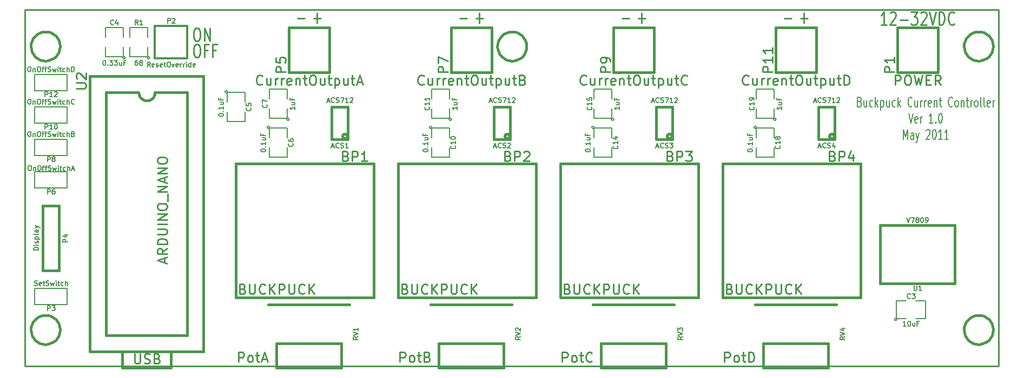
<source format=gto>
G04 (created by PCBNEW-RS274X (2010-03-14)-final) date Mon 23 May 2011 11:29:30 AM PDT*
G01*
G70*
G90*
%MOIN*%
G04 Gerber Fmt 3.4, Leading zero omitted, Abs format*
%FSLAX34Y34*%
G04 APERTURE LIST*
%ADD10C,0.006000*%
%ADD11C,0.010000*%
%ADD12C,0.009000*%
%ADD13C,0.006700*%
%ADD14C,0.015000*%
%ADD15C,0.005000*%
%ADD16C,0.012000*%
G04 APERTURE END LIST*
G54D10*
G54D11*
X78587Y-34424D02*
X78244Y-34424D01*
X78416Y-34424D02*
X78416Y-33624D01*
X78359Y-33738D01*
X78301Y-33814D01*
X78244Y-33852D01*
X78815Y-33700D02*
X78844Y-33662D01*
X78901Y-33624D01*
X79044Y-33624D01*
X79101Y-33662D01*
X79130Y-33700D01*
X79158Y-33776D01*
X79158Y-33852D01*
X79130Y-33967D01*
X78787Y-34424D01*
X79158Y-34424D01*
X79415Y-34119D02*
X79872Y-34119D01*
X80101Y-33624D02*
X80472Y-33624D01*
X80272Y-33929D01*
X80358Y-33929D01*
X80415Y-33967D01*
X80444Y-34005D01*
X80472Y-34081D01*
X80472Y-34271D01*
X80444Y-34348D01*
X80415Y-34386D01*
X80358Y-34424D01*
X80186Y-34424D01*
X80129Y-34386D01*
X80101Y-34348D01*
X80700Y-33700D02*
X80729Y-33662D01*
X80786Y-33624D01*
X80929Y-33624D01*
X80986Y-33662D01*
X81015Y-33700D01*
X81043Y-33776D01*
X81043Y-33852D01*
X81015Y-33967D01*
X80672Y-34424D01*
X81043Y-34424D01*
X81214Y-33624D02*
X81414Y-34424D01*
X81614Y-33624D01*
X81814Y-34424D02*
X81814Y-33624D01*
X81957Y-33624D01*
X82042Y-33662D01*
X82100Y-33738D01*
X82128Y-33814D01*
X82157Y-33967D01*
X82157Y-34081D01*
X82128Y-34233D01*
X82100Y-34310D01*
X82042Y-34386D01*
X81957Y-34424D01*
X81814Y-34424D01*
X82757Y-34348D02*
X82728Y-34386D01*
X82642Y-34424D01*
X82585Y-34424D01*
X82500Y-34386D01*
X82442Y-34310D01*
X82414Y-34233D01*
X82385Y-34081D01*
X82385Y-33967D01*
X82414Y-33814D01*
X82442Y-33738D01*
X82500Y-33662D01*
X82585Y-33624D01*
X82642Y-33624D01*
X82728Y-33662D01*
X82757Y-33700D01*
X72272Y-34019D02*
X72729Y-34019D01*
X62272Y-34019D02*
X62729Y-34019D01*
X52272Y-34019D02*
X52729Y-34019D01*
X73272Y-34019D02*
X73729Y-34019D01*
X73500Y-34324D02*
X73500Y-33714D01*
X63272Y-34019D02*
X63729Y-34019D01*
X63500Y-34324D02*
X63500Y-33714D01*
X53272Y-34019D02*
X53729Y-34019D01*
X53500Y-34324D02*
X53500Y-33714D01*
X42272Y-34019D02*
X42729Y-34019D01*
X43272Y-34019D02*
X43729Y-34019D01*
X43500Y-34324D02*
X43500Y-33714D01*
X36028Y-34624D02*
X36142Y-34624D01*
X36200Y-34662D01*
X36257Y-34738D01*
X36285Y-34890D01*
X36285Y-35157D01*
X36257Y-35310D01*
X36200Y-35386D01*
X36142Y-35424D01*
X36028Y-35424D01*
X35971Y-35386D01*
X35914Y-35310D01*
X35885Y-35157D01*
X35885Y-34890D01*
X35914Y-34738D01*
X35971Y-34662D01*
X36028Y-34624D01*
X36543Y-35424D02*
X36543Y-34624D01*
X36886Y-35424D01*
X36886Y-34624D01*
X36029Y-35624D02*
X36143Y-35624D01*
X36201Y-35662D01*
X36258Y-35738D01*
X36286Y-35890D01*
X36286Y-36157D01*
X36258Y-36310D01*
X36201Y-36386D01*
X36143Y-36424D01*
X36029Y-36424D01*
X35972Y-36386D01*
X35915Y-36310D01*
X35886Y-36157D01*
X35886Y-35890D01*
X35915Y-35738D01*
X35972Y-35662D01*
X36029Y-35624D01*
X36744Y-36005D02*
X36544Y-36005D01*
X36544Y-36424D02*
X36544Y-35624D01*
X36830Y-35624D01*
X37258Y-36005D02*
X37058Y-36005D01*
X37058Y-36424D02*
X37058Y-35624D01*
X37344Y-35624D01*
G54D12*
X25500Y-33500D02*
X25500Y-55500D01*
X85500Y-33500D02*
X25500Y-33500D01*
X85500Y-55500D02*
X85500Y-33500D01*
X25500Y-55500D02*
X85500Y-55500D01*
G54D13*
X79619Y-41493D02*
X79619Y-40893D01*
X79753Y-41321D01*
X79886Y-40893D01*
X79886Y-41493D01*
X80248Y-41493D02*
X80248Y-41179D01*
X80229Y-41121D01*
X80191Y-41093D01*
X80114Y-41093D01*
X80076Y-41121D01*
X80248Y-41464D02*
X80210Y-41493D01*
X80114Y-41493D01*
X80076Y-41464D01*
X80057Y-41407D01*
X80057Y-41350D01*
X80076Y-41293D01*
X80114Y-41264D01*
X80210Y-41264D01*
X80248Y-41236D01*
X80400Y-41093D02*
X80495Y-41493D01*
X80591Y-41093D02*
X80495Y-41493D01*
X80457Y-41636D01*
X80438Y-41664D01*
X80400Y-41693D01*
X81029Y-40950D02*
X81048Y-40921D01*
X81086Y-40893D01*
X81182Y-40893D01*
X81220Y-40921D01*
X81239Y-40950D01*
X81258Y-41007D01*
X81258Y-41064D01*
X81239Y-41150D01*
X81010Y-41493D01*
X81258Y-41493D01*
X81505Y-40893D02*
X81544Y-40893D01*
X81582Y-40921D01*
X81601Y-40950D01*
X81620Y-41007D01*
X81639Y-41121D01*
X81639Y-41264D01*
X81620Y-41379D01*
X81601Y-41436D01*
X81582Y-41464D01*
X81544Y-41493D01*
X81505Y-41493D01*
X81467Y-41464D01*
X81448Y-41436D01*
X81429Y-41379D01*
X81410Y-41264D01*
X81410Y-41121D01*
X81429Y-41007D01*
X81448Y-40950D01*
X81467Y-40921D01*
X81505Y-40893D01*
X82020Y-41493D02*
X81791Y-41493D01*
X81905Y-41493D02*
X81905Y-40893D01*
X81867Y-40979D01*
X81829Y-41036D01*
X81791Y-41064D01*
X82401Y-41493D02*
X82172Y-41493D01*
X82286Y-41493D02*
X82286Y-40893D01*
X82248Y-40979D01*
X82210Y-41036D01*
X82172Y-41064D01*
X79943Y-39893D02*
X80076Y-40493D01*
X80210Y-39893D01*
X80496Y-40464D02*
X80458Y-40493D01*
X80381Y-40493D01*
X80343Y-40464D01*
X80324Y-40407D01*
X80324Y-40179D01*
X80343Y-40121D01*
X80381Y-40093D01*
X80458Y-40093D01*
X80496Y-40121D01*
X80515Y-40179D01*
X80515Y-40236D01*
X80324Y-40293D01*
X80686Y-40493D02*
X80686Y-40093D01*
X80686Y-40207D02*
X80705Y-40150D01*
X80724Y-40121D01*
X80762Y-40093D01*
X80801Y-40093D01*
X81449Y-40493D02*
X81220Y-40493D01*
X81334Y-40493D02*
X81334Y-39893D01*
X81296Y-39979D01*
X81258Y-40036D01*
X81220Y-40064D01*
X81620Y-40436D02*
X81639Y-40464D01*
X81620Y-40493D01*
X81601Y-40464D01*
X81620Y-40436D01*
X81620Y-40493D01*
X81886Y-39893D02*
X81925Y-39893D01*
X81963Y-39921D01*
X81982Y-39950D01*
X82001Y-40007D01*
X82020Y-40121D01*
X82020Y-40264D01*
X82001Y-40379D01*
X81982Y-40436D01*
X81963Y-40464D01*
X81925Y-40493D01*
X81886Y-40493D01*
X81848Y-40464D01*
X81829Y-40436D01*
X81810Y-40379D01*
X81791Y-40264D01*
X81791Y-40121D01*
X81810Y-40007D01*
X81829Y-39950D01*
X81848Y-39921D01*
X81886Y-39893D01*
X76931Y-39179D02*
X76988Y-39207D01*
X77007Y-39236D01*
X77026Y-39293D01*
X77026Y-39379D01*
X77007Y-39436D01*
X76988Y-39464D01*
X76950Y-39493D01*
X76797Y-39493D01*
X76797Y-38893D01*
X76931Y-38893D01*
X76969Y-38921D01*
X76988Y-38950D01*
X77007Y-39007D01*
X77007Y-39064D01*
X76988Y-39121D01*
X76969Y-39150D01*
X76931Y-39179D01*
X76797Y-39179D01*
X77369Y-39093D02*
X77369Y-39493D01*
X77197Y-39093D02*
X77197Y-39407D01*
X77216Y-39464D01*
X77254Y-39493D01*
X77312Y-39493D01*
X77350Y-39464D01*
X77369Y-39436D01*
X77731Y-39464D02*
X77693Y-39493D01*
X77616Y-39493D01*
X77578Y-39464D01*
X77559Y-39436D01*
X77540Y-39379D01*
X77540Y-39207D01*
X77559Y-39150D01*
X77578Y-39121D01*
X77616Y-39093D01*
X77693Y-39093D01*
X77731Y-39121D01*
X77902Y-39493D02*
X77902Y-38893D01*
X77940Y-39264D02*
X78055Y-39493D01*
X78055Y-39093D02*
X77902Y-39321D01*
X78226Y-39093D02*
X78226Y-39693D01*
X78226Y-39121D02*
X78264Y-39093D01*
X78341Y-39093D01*
X78379Y-39121D01*
X78398Y-39150D01*
X78417Y-39207D01*
X78417Y-39379D01*
X78398Y-39436D01*
X78379Y-39464D01*
X78341Y-39493D01*
X78264Y-39493D01*
X78226Y-39464D01*
X78760Y-39093D02*
X78760Y-39493D01*
X78588Y-39093D02*
X78588Y-39407D01*
X78607Y-39464D01*
X78645Y-39493D01*
X78703Y-39493D01*
X78741Y-39464D01*
X78760Y-39436D01*
X79122Y-39464D02*
X79084Y-39493D01*
X79007Y-39493D01*
X78969Y-39464D01*
X78950Y-39436D01*
X78931Y-39379D01*
X78931Y-39207D01*
X78950Y-39150D01*
X78969Y-39121D01*
X79007Y-39093D01*
X79084Y-39093D01*
X79122Y-39121D01*
X79293Y-39493D02*
X79293Y-38893D01*
X79331Y-39264D02*
X79446Y-39493D01*
X79446Y-39093D02*
X79293Y-39321D01*
X80151Y-39436D02*
X80132Y-39464D01*
X80075Y-39493D01*
X80037Y-39493D01*
X79979Y-39464D01*
X79941Y-39407D01*
X79922Y-39350D01*
X79903Y-39236D01*
X79903Y-39150D01*
X79922Y-39036D01*
X79941Y-38979D01*
X79979Y-38921D01*
X80037Y-38893D01*
X80075Y-38893D01*
X80132Y-38921D01*
X80151Y-38950D01*
X80494Y-39093D02*
X80494Y-39493D01*
X80322Y-39093D02*
X80322Y-39407D01*
X80341Y-39464D01*
X80379Y-39493D01*
X80437Y-39493D01*
X80475Y-39464D01*
X80494Y-39436D01*
X80684Y-39493D02*
X80684Y-39093D01*
X80684Y-39207D02*
X80703Y-39150D01*
X80722Y-39121D01*
X80760Y-39093D01*
X80799Y-39093D01*
X80932Y-39493D02*
X80932Y-39093D01*
X80932Y-39207D02*
X80951Y-39150D01*
X80970Y-39121D01*
X81008Y-39093D01*
X81047Y-39093D01*
X81333Y-39464D02*
X81295Y-39493D01*
X81218Y-39493D01*
X81180Y-39464D01*
X81161Y-39407D01*
X81161Y-39179D01*
X81180Y-39121D01*
X81218Y-39093D01*
X81295Y-39093D01*
X81333Y-39121D01*
X81352Y-39179D01*
X81352Y-39236D01*
X81161Y-39293D01*
X81523Y-39093D02*
X81523Y-39493D01*
X81523Y-39150D02*
X81542Y-39121D01*
X81580Y-39093D01*
X81638Y-39093D01*
X81676Y-39121D01*
X81695Y-39179D01*
X81695Y-39493D01*
X81828Y-39093D02*
X81980Y-39093D01*
X81885Y-38893D02*
X81885Y-39407D01*
X81904Y-39464D01*
X81942Y-39493D01*
X81980Y-39493D01*
X82648Y-39436D02*
X82629Y-39464D01*
X82572Y-39493D01*
X82534Y-39493D01*
X82476Y-39464D01*
X82438Y-39407D01*
X82419Y-39350D01*
X82400Y-39236D01*
X82400Y-39150D01*
X82419Y-39036D01*
X82438Y-38979D01*
X82476Y-38921D01*
X82534Y-38893D01*
X82572Y-38893D01*
X82629Y-38921D01*
X82648Y-38950D01*
X82876Y-39493D02*
X82838Y-39464D01*
X82819Y-39436D01*
X82800Y-39379D01*
X82800Y-39207D01*
X82819Y-39150D01*
X82838Y-39121D01*
X82876Y-39093D01*
X82934Y-39093D01*
X82972Y-39121D01*
X82991Y-39150D01*
X83010Y-39207D01*
X83010Y-39379D01*
X82991Y-39436D01*
X82972Y-39464D01*
X82934Y-39493D01*
X82876Y-39493D01*
X83181Y-39093D02*
X83181Y-39493D01*
X83181Y-39150D02*
X83200Y-39121D01*
X83238Y-39093D01*
X83296Y-39093D01*
X83334Y-39121D01*
X83353Y-39179D01*
X83353Y-39493D01*
X83486Y-39093D02*
X83638Y-39093D01*
X83543Y-38893D02*
X83543Y-39407D01*
X83562Y-39464D01*
X83600Y-39493D01*
X83638Y-39493D01*
X83772Y-39493D02*
X83772Y-39093D01*
X83772Y-39207D02*
X83791Y-39150D01*
X83810Y-39121D01*
X83848Y-39093D01*
X83887Y-39093D01*
X84077Y-39493D02*
X84039Y-39464D01*
X84020Y-39436D01*
X84001Y-39379D01*
X84001Y-39207D01*
X84020Y-39150D01*
X84039Y-39121D01*
X84077Y-39093D01*
X84135Y-39093D01*
X84173Y-39121D01*
X84192Y-39150D01*
X84211Y-39207D01*
X84211Y-39379D01*
X84192Y-39436D01*
X84173Y-39464D01*
X84135Y-39493D01*
X84077Y-39493D01*
X84439Y-39493D02*
X84401Y-39464D01*
X84382Y-39407D01*
X84382Y-38893D01*
X84649Y-39493D02*
X84611Y-39464D01*
X84592Y-39407D01*
X84592Y-38893D01*
X84955Y-39464D02*
X84917Y-39493D01*
X84840Y-39493D01*
X84802Y-39464D01*
X84783Y-39407D01*
X84783Y-39179D01*
X84802Y-39121D01*
X84840Y-39093D01*
X84917Y-39093D01*
X84955Y-39121D01*
X84974Y-39179D01*
X84974Y-39236D01*
X84783Y-39293D01*
X85145Y-39493D02*
X85145Y-39093D01*
X85145Y-39207D02*
X85164Y-39150D01*
X85183Y-39121D01*
X85221Y-39093D01*
X85260Y-39093D01*
G54D14*
X45500Y-51700D02*
X40500Y-51700D01*
X45000Y-55600D02*
X41000Y-55600D01*
X41000Y-55600D02*
X41000Y-54100D01*
X41000Y-54100D02*
X45000Y-54100D01*
X45000Y-54100D02*
X45000Y-55600D01*
X75500Y-51700D02*
X70500Y-51700D01*
X75000Y-55600D02*
X71000Y-55600D01*
X71000Y-55600D02*
X71000Y-54100D01*
X71000Y-54100D02*
X75000Y-54100D01*
X75000Y-54100D02*
X75000Y-55600D01*
X65500Y-51700D02*
X60500Y-51700D01*
X65000Y-55600D02*
X61000Y-55600D01*
X61000Y-55600D02*
X61000Y-54100D01*
X61000Y-54100D02*
X65000Y-54100D01*
X65000Y-54100D02*
X65000Y-55600D01*
X55500Y-51700D02*
X50500Y-51700D01*
X55000Y-55600D02*
X51000Y-55600D01*
X51000Y-55600D02*
X51000Y-54100D01*
X51000Y-54100D02*
X55000Y-54100D01*
X55000Y-54100D02*
X55000Y-55600D01*
X31500Y-54600D02*
X31500Y-55600D01*
X31500Y-55600D02*
X34500Y-55600D01*
X34500Y-55600D02*
X34500Y-54600D01*
X29500Y-37600D02*
X36500Y-37600D01*
X36500Y-37600D02*
X36500Y-54600D01*
X36500Y-54600D02*
X29500Y-54600D01*
X29500Y-54600D02*
X29500Y-37600D01*
X32500Y-38600D02*
X32502Y-38643D01*
X32508Y-38686D01*
X32518Y-38729D01*
X32531Y-38771D01*
X32547Y-38811D01*
X32567Y-38849D01*
X32591Y-38886D01*
X32617Y-38921D01*
X32647Y-38953D01*
X32679Y-38983D01*
X32714Y-39009D01*
X32751Y-39033D01*
X32789Y-39053D01*
X32829Y-39069D01*
X32871Y-39082D01*
X32914Y-39092D01*
X32957Y-39098D01*
X33000Y-39100D01*
X33000Y-39100D02*
X33043Y-39098D01*
X33086Y-39092D01*
X33129Y-39082D01*
X33171Y-39069D01*
X33211Y-39053D01*
X33250Y-39033D01*
X33286Y-39009D01*
X33321Y-38983D01*
X33353Y-38953D01*
X33383Y-38921D01*
X33409Y-38886D01*
X33433Y-38849D01*
X33453Y-38811D01*
X33469Y-38771D01*
X33482Y-38729D01*
X33492Y-38686D01*
X33498Y-38643D01*
X33500Y-38600D01*
X35500Y-38600D02*
X33500Y-38600D01*
X30500Y-38600D02*
X32500Y-38600D01*
X30500Y-38600D02*
X30500Y-53600D01*
X30500Y-53600D02*
X35500Y-53600D01*
X35500Y-53600D02*
X35500Y-38600D01*
X82800Y-50400D02*
X82800Y-46800D01*
X82800Y-46800D02*
X78200Y-46800D01*
X78200Y-46800D02*
X78200Y-50400D01*
X78200Y-50400D02*
X82800Y-50400D01*
G54D15*
X79220Y-52600D02*
X79218Y-52613D01*
X79214Y-52626D01*
X79208Y-52638D01*
X79199Y-52649D01*
X79189Y-52658D01*
X79177Y-52664D01*
X79164Y-52668D01*
X79150Y-52669D01*
X79137Y-52668D01*
X79124Y-52664D01*
X79112Y-52658D01*
X79102Y-52650D01*
X79093Y-52639D01*
X79086Y-52627D01*
X79082Y-52614D01*
X79081Y-52600D01*
X79082Y-52588D01*
X79085Y-52575D01*
X79092Y-52563D01*
X79100Y-52552D01*
X79111Y-52543D01*
X79122Y-52536D01*
X79135Y-52532D01*
X79149Y-52531D01*
X79162Y-52532D01*
X79175Y-52535D01*
X79187Y-52541D01*
X79198Y-52550D01*
X79207Y-52560D01*
X79213Y-52572D01*
X79218Y-52585D01*
X79219Y-52599D01*
X79220Y-52600D01*
X79800Y-51450D02*
X79200Y-51450D01*
X79200Y-51450D02*
X79200Y-52550D01*
X79200Y-52550D02*
X79800Y-52550D01*
X80400Y-52550D02*
X81000Y-52550D01*
X81000Y-52550D02*
X81000Y-51450D01*
X81000Y-51450D02*
X80400Y-51450D01*
X31670Y-36450D02*
X31668Y-36463D01*
X31664Y-36476D01*
X31658Y-36488D01*
X31649Y-36499D01*
X31639Y-36508D01*
X31627Y-36514D01*
X31614Y-36518D01*
X31600Y-36519D01*
X31587Y-36518D01*
X31574Y-36514D01*
X31562Y-36508D01*
X31552Y-36500D01*
X31543Y-36489D01*
X31536Y-36477D01*
X31532Y-36464D01*
X31531Y-36450D01*
X31532Y-36438D01*
X31535Y-36425D01*
X31542Y-36413D01*
X31550Y-36402D01*
X31561Y-36393D01*
X31572Y-36386D01*
X31585Y-36382D01*
X31599Y-36381D01*
X31612Y-36382D01*
X31625Y-36385D01*
X31637Y-36391D01*
X31648Y-36400D01*
X31657Y-36410D01*
X31663Y-36422D01*
X31668Y-36435D01*
X31669Y-36449D01*
X31670Y-36450D01*
X30450Y-35800D02*
X30450Y-36400D01*
X30450Y-36400D02*
X31550Y-36400D01*
X31550Y-36400D02*
X31550Y-35800D01*
X31550Y-35200D02*
X31550Y-34600D01*
X31550Y-34600D02*
X30450Y-34600D01*
X30450Y-34600D02*
X30450Y-35200D01*
X37970Y-38550D02*
X37968Y-38563D01*
X37964Y-38576D01*
X37958Y-38588D01*
X37949Y-38599D01*
X37939Y-38608D01*
X37927Y-38614D01*
X37914Y-38618D01*
X37900Y-38619D01*
X37887Y-38618D01*
X37874Y-38614D01*
X37862Y-38608D01*
X37852Y-38600D01*
X37843Y-38589D01*
X37836Y-38577D01*
X37832Y-38564D01*
X37831Y-38550D01*
X37832Y-38538D01*
X37835Y-38525D01*
X37842Y-38513D01*
X37850Y-38502D01*
X37861Y-38493D01*
X37872Y-38486D01*
X37885Y-38482D01*
X37899Y-38481D01*
X37912Y-38482D01*
X37925Y-38485D01*
X37937Y-38491D01*
X37948Y-38500D01*
X37957Y-38510D01*
X37963Y-38522D01*
X37968Y-38535D01*
X37969Y-38549D01*
X37970Y-38550D01*
X39050Y-39200D02*
X39050Y-38600D01*
X39050Y-38600D02*
X37950Y-38600D01*
X37950Y-38600D02*
X37950Y-39200D01*
X37950Y-39800D02*
X37950Y-40400D01*
X37950Y-40400D02*
X39050Y-40400D01*
X39050Y-40400D02*
X39050Y-39800D01*
X40570Y-40750D02*
X40568Y-40763D01*
X40564Y-40776D01*
X40558Y-40788D01*
X40549Y-40799D01*
X40539Y-40808D01*
X40527Y-40814D01*
X40514Y-40818D01*
X40500Y-40819D01*
X40487Y-40818D01*
X40474Y-40814D01*
X40462Y-40808D01*
X40452Y-40800D01*
X40443Y-40789D01*
X40436Y-40777D01*
X40432Y-40764D01*
X40431Y-40750D01*
X40432Y-40738D01*
X40435Y-40725D01*
X40442Y-40713D01*
X40450Y-40702D01*
X40461Y-40693D01*
X40472Y-40686D01*
X40485Y-40682D01*
X40499Y-40681D01*
X40512Y-40682D01*
X40525Y-40685D01*
X40537Y-40691D01*
X40548Y-40700D01*
X40557Y-40710D01*
X40563Y-40722D01*
X40568Y-40735D01*
X40569Y-40749D01*
X40570Y-40750D01*
X41650Y-41400D02*
X41650Y-40800D01*
X41650Y-40800D02*
X40550Y-40800D01*
X40550Y-40800D02*
X40550Y-41400D01*
X40550Y-42000D02*
X40550Y-42600D01*
X40550Y-42600D02*
X41650Y-42600D01*
X41650Y-42600D02*
X41650Y-42000D01*
X41770Y-40250D02*
X41768Y-40263D01*
X41764Y-40276D01*
X41758Y-40288D01*
X41749Y-40299D01*
X41739Y-40308D01*
X41727Y-40314D01*
X41714Y-40318D01*
X41700Y-40319D01*
X41687Y-40318D01*
X41674Y-40314D01*
X41662Y-40308D01*
X41652Y-40300D01*
X41643Y-40289D01*
X41636Y-40277D01*
X41632Y-40264D01*
X41631Y-40250D01*
X41632Y-40238D01*
X41635Y-40225D01*
X41642Y-40213D01*
X41650Y-40202D01*
X41661Y-40193D01*
X41672Y-40186D01*
X41685Y-40182D01*
X41699Y-40181D01*
X41712Y-40182D01*
X41725Y-40185D01*
X41737Y-40191D01*
X41748Y-40200D01*
X41757Y-40210D01*
X41763Y-40222D01*
X41768Y-40235D01*
X41769Y-40249D01*
X41770Y-40250D01*
X40550Y-39600D02*
X40550Y-40200D01*
X40550Y-40200D02*
X41650Y-40200D01*
X41650Y-40200D02*
X41650Y-39600D01*
X41650Y-39000D02*
X41650Y-38400D01*
X41650Y-38400D02*
X40550Y-38400D01*
X40550Y-38400D02*
X40550Y-39000D01*
X50570Y-40750D02*
X50568Y-40763D01*
X50564Y-40776D01*
X50558Y-40788D01*
X50549Y-40799D01*
X50539Y-40808D01*
X50527Y-40814D01*
X50514Y-40818D01*
X50500Y-40819D01*
X50487Y-40818D01*
X50474Y-40814D01*
X50462Y-40808D01*
X50452Y-40800D01*
X50443Y-40789D01*
X50436Y-40777D01*
X50432Y-40764D01*
X50431Y-40750D01*
X50432Y-40738D01*
X50435Y-40725D01*
X50442Y-40713D01*
X50450Y-40702D01*
X50461Y-40693D01*
X50472Y-40686D01*
X50485Y-40682D01*
X50499Y-40681D01*
X50512Y-40682D01*
X50525Y-40685D01*
X50537Y-40691D01*
X50548Y-40700D01*
X50557Y-40710D01*
X50563Y-40722D01*
X50568Y-40735D01*
X50569Y-40749D01*
X50570Y-40750D01*
X51650Y-41400D02*
X51650Y-40800D01*
X51650Y-40800D02*
X50550Y-40800D01*
X50550Y-40800D02*
X50550Y-41400D01*
X50550Y-42000D02*
X50550Y-42600D01*
X50550Y-42600D02*
X51650Y-42600D01*
X51650Y-42600D02*
X51650Y-42000D01*
X51770Y-40250D02*
X51768Y-40263D01*
X51764Y-40276D01*
X51758Y-40288D01*
X51749Y-40299D01*
X51739Y-40308D01*
X51727Y-40314D01*
X51714Y-40318D01*
X51700Y-40319D01*
X51687Y-40318D01*
X51674Y-40314D01*
X51662Y-40308D01*
X51652Y-40300D01*
X51643Y-40289D01*
X51636Y-40277D01*
X51632Y-40264D01*
X51631Y-40250D01*
X51632Y-40238D01*
X51635Y-40225D01*
X51642Y-40213D01*
X51650Y-40202D01*
X51661Y-40193D01*
X51672Y-40186D01*
X51685Y-40182D01*
X51699Y-40181D01*
X51712Y-40182D01*
X51725Y-40185D01*
X51737Y-40191D01*
X51748Y-40200D01*
X51757Y-40210D01*
X51763Y-40222D01*
X51768Y-40235D01*
X51769Y-40249D01*
X51770Y-40250D01*
X50550Y-39600D02*
X50550Y-40200D01*
X50550Y-40200D02*
X51650Y-40200D01*
X51650Y-40200D02*
X51650Y-39600D01*
X51650Y-39000D02*
X51650Y-38400D01*
X51650Y-38400D02*
X50550Y-38400D01*
X50550Y-38400D02*
X50550Y-39000D01*
X60570Y-40750D02*
X60568Y-40763D01*
X60564Y-40776D01*
X60558Y-40788D01*
X60549Y-40799D01*
X60539Y-40808D01*
X60527Y-40814D01*
X60514Y-40818D01*
X60500Y-40819D01*
X60487Y-40818D01*
X60474Y-40814D01*
X60462Y-40808D01*
X60452Y-40800D01*
X60443Y-40789D01*
X60436Y-40777D01*
X60432Y-40764D01*
X60431Y-40750D01*
X60432Y-40738D01*
X60435Y-40725D01*
X60442Y-40713D01*
X60450Y-40702D01*
X60461Y-40693D01*
X60472Y-40686D01*
X60485Y-40682D01*
X60499Y-40681D01*
X60512Y-40682D01*
X60525Y-40685D01*
X60537Y-40691D01*
X60548Y-40700D01*
X60557Y-40710D01*
X60563Y-40722D01*
X60568Y-40735D01*
X60569Y-40749D01*
X60570Y-40750D01*
X61650Y-41400D02*
X61650Y-40800D01*
X61650Y-40800D02*
X60550Y-40800D01*
X60550Y-40800D02*
X60550Y-41400D01*
X60550Y-42000D02*
X60550Y-42600D01*
X60550Y-42600D02*
X61650Y-42600D01*
X61650Y-42600D02*
X61650Y-42000D01*
X61770Y-40250D02*
X61768Y-40263D01*
X61764Y-40276D01*
X61758Y-40288D01*
X61749Y-40299D01*
X61739Y-40308D01*
X61727Y-40314D01*
X61714Y-40318D01*
X61700Y-40319D01*
X61687Y-40318D01*
X61674Y-40314D01*
X61662Y-40308D01*
X61652Y-40300D01*
X61643Y-40289D01*
X61636Y-40277D01*
X61632Y-40264D01*
X61631Y-40250D01*
X61632Y-40238D01*
X61635Y-40225D01*
X61642Y-40213D01*
X61650Y-40202D01*
X61661Y-40193D01*
X61672Y-40186D01*
X61685Y-40182D01*
X61699Y-40181D01*
X61712Y-40182D01*
X61725Y-40185D01*
X61737Y-40191D01*
X61748Y-40200D01*
X61757Y-40210D01*
X61763Y-40222D01*
X61768Y-40235D01*
X61769Y-40249D01*
X61770Y-40250D01*
X60550Y-39600D02*
X60550Y-40200D01*
X60550Y-40200D02*
X61650Y-40200D01*
X61650Y-40200D02*
X61650Y-39600D01*
X61650Y-39000D02*
X61650Y-38400D01*
X61650Y-38400D02*
X60550Y-38400D01*
X60550Y-38400D02*
X60550Y-39000D01*
X70570Y-40750D02*
X70568Y-40763D01*
X70564Y-40776D01*
X70558Y-40788D01*
X70549Y-40799D01*
X70539Y-40808D01*
X70527Y-40814D01*
X70514Y-40818D01*
X70500Y-40819D01*
X70487Y-40818D01*
X70474Y-40814D01*
X70462Y-40808D01*
X70452Y-40800D01*
X70443Y-40789D01*
X70436Y-40777D01*
X70432Y-40764D01*
X70431Y-40750D01*
X70432Y-40738D01*
X70435Y-40725D01*
X70442Y-40713D01*
X70450Y-40702D01*
X70461Y-40693D01*
X70472Y-40686D01*
X70485Y-40682D01*
X70499Y-40681D01*
X70512Y-40682D01*
X70525Y-40685D01*
X70537Y-40691D01*
X70548Y-40700D01*
X70557Y-40710D01*
X70563Y-40722D01*
X70568Y-40735D01*
X70569Y-40749D01*
X70570Y-40750D01*
X71650Y-41400D02*
X71650Y-40800D01*
X71650Y-40800D02*
X70550Y-40800D01*
X70550Y-40800D02*
X70550Y-41400D01*
X70550Y-42000D02*
X70550Y-42600D01*
X70550Y-42600D02*
X71650Y-42600D01*
X71650Y-42600D02*
X71650Y-42000D01*
X71770Y-40250D02*
X71768Y-40263D01*
X71764Y-40276D01*
X71758Y-40288D01*
X71749Y-40299D01*
X71739Y-40308D01*
X71727Y-40314D01*
X71714Y-40318D01*
X71700Y-40319D01*
X71687Y-40318D01*
X71674Y-40314D01*
X71662Y-40308D01*
X71652Y-40300D01*
X71643Y-40289D01*
X71636Y-40277D01*
X71632Y-40264D01*
X71631Y-40250D01*
X71632Y-40238D01*
X71635Y-40225D01*
X71642Y-40213D01*
X71650Y-40202D01*
X71661Y-40193D01*
X71672Y-40186D01*
X71685Y-40182D01*
X71699Y-40181D01*
X71712Y-40182D01*
X71725Y-40185D01*
X71737Y-40191D01*
X71748Y-40200D01*
X71757Y-40210D01*
X71763Y-40222D01*
X71768Y-40235D01*
X71769Y-40249D01*
X71770Y-40250D01*
X70550Y-39600D02*
X70550Y-40200D01*
X70550Y-40200D02*
X71650Y-40200D01*
X71650Y-40200D02*
X71650Y-39600D01*
X71650Y-39000D02*
X71650Y-38400D01*
X71650Y-38400D02*
X70550Y-38400D01*
X70550Y-38400D02*
X70550Y-39000D01*
G54D14*
X44250Y-37350D02*
X44250Y-34600D01*
X44250Y-37350D02*
X41750Y-37350D01*
X41750Y-37350D02*
X41750Y-34600D01*
X44250Y-34600D02*
X41750Y-34600D01*
X54250Y-37350D02*
X54250Y-34600D01*
X54250Y-37350D02*
X51750Y-37350D01*
X51750Y-37350D02*
X51750Y-34600D01*
X54250Y-34600D02*
X51750Y-34600D01*
X64250Y-37350D02*
X64250Y-34600D01*
X64250Y-37350D02*
X61750Y-37350D01*
X61750Y-37350D02*
X61750Y-34600D01*
X64250Y-34600D02*
X61750Y-34600D01*
X74250Y-37350D02*
X74250Y-34600D01*
X74250Y-37350D02*
X71750Y-37350D01*
X71750Y-37350D02*
X71750Y-34600D01*
X74250Y-34600D02*
X71750Y-34600D01*
X27600Y-45600D02*
X26600Y-45600D01*
X26600Y-45600D02*
X26600Y-49600D01*
X26600Y-49600D02*
X27600Y-49600D01*
X27600Y-49600D02*
X27600Y-45600D01*
G54D16*
X33500Y-36500D02*
X33500Y-34500D01*
X33500Y-34500D02*
X35500Y-34500D01*
X35500Y-34500D02*
X35500Y-36500D01*
X35500Y-36500D02*
X33500Y-36500D01*
G54D10*
X28100Y-50700D02*
X28100Y-51700D01*
X28100Y-51700D02*
X26100Y-51700D01*
X26100Y-51700D02*
X26100Y-50700D01*
X26100Y-50700D02*
X28100Y-50700D01*
X28100Y-43500D02*
X28100Y-44500D01*
X28100Y-44500D02*
X26100Y-44500D01*
X26100Y-44500D02*
X26100Y-43500D01*
X26100Y-43500D02*
X28100Y-43500D01*
X28100Y-41500D02*
X28100Y-42500D01*
X28100Y-42500D02*
X26100Y-42500D01*
X26100Y-42500D02*
X26100Y-41500D01*
X26100Y-41500D02*
X28100Y-41500D01*
X28100Y-39500D02*
X28100Y-40500D01*
X28100Y-40500D02*
X26100Y-40500D01*
X26100Y-40500D02*
X26100Y-39500D01*
X26100Y-39500D02*
X28100Y-39500D01*
X28100Y-37500D02*
X28100Y-38500D01*
X28100Y-38500D02*
X26100Y-38500D01*
X26100Y-38500D02*
X26100Y-37500D01*
X26100Y-37500D02*
X28100Y-37500D01*
G54D14*
X45341Y-41300D02*
X45338Y-41327D01*
X45330Y-41353D01*
X45317Y-41378D01*
X45300Y-41399D01*
X45278Y-41416D01*
X45254Y-41429D01*
X45228Y-41438D01*
X45200Y-41440D01*
X45174Y-41438D01*
X45148Y-41430D01*
X45123Y-41417D01*
X45102Y-41400D01*
X45084Y-41379D01*
X45071Y-41355D01*
X45063Y-41329D01*
X45060Y-41301D01*
X45062Y-41275D01*
X45069Y-41249D01*
X45082Y-41224D01*
X45099Y-41203D01*
X45120Y-41185D01*
X45144Y-41171D01*
X45170Y-41163D01*
X45198Y-41160D01*
X45224Y-41162D01*
X45250Y-41169D01*
X45275Y-41181D01*
X45297Y-41198D01*
X45315Y-41219D01*
X45328Y-41243D01*
X45337Y-41269D01*
X45340Y-41297D01*
X45341Y-41300D01*
X45400Y-41500D02*
X45400Y-39500D01*
X45400Y-39500D02*
X44400Y-39500D01*
X44400Y-39500D02*
X44400Y-41500D01*
X44400Y-41500D02*
X45400Y-41500D01*
X55341Y-41300D02*
X55338Y-41327D01*
X55330Y-41353D01*
X55317Y-41378D01*
X55300Y-41399D01*
X55278Y-41416D01*
X55254Y-41429D01*
X55228Y-41438D01*
X55200Y-41440D01*
X55174Y-41438D01*
X55148Y-41430D01*
X55123Y-41417D01*
X55102Y-41400D01*
X55084Y-41379D01*
X55071Y-41355D01*
X55063Y-41329D01*
X55060Y-41301D01*
X55062Y-41275D01*
X55069Y-41249D01*
X55082Y-41224D01*
X55099Y-41203D01*
X55120Y-41185D01*
X55144Y-41171D01*
X55170Y-41163D01*
X55198Y-41160D01*
X55224Y-41162D01*
X55250Y-41169D01*
X55275Y-41181D01*
X55297Y-41198D01*
X55315Y-41219D01*
X55328Y-41243D01*
X55337Y-41269D01*
X55340Y-41297D01*
X55341Y-41300D01*
X55400Y-41500D02*
X55400Y-39500D01*
X55400Y-39500D02*
X54400Y-39500D01*
X54400Y-39500D02*
X54400Y-41500D01*
X54400Y-41500D02*
X55400Y-41500D01*
X65341Y-41300D02*
X65338Y-41327D01*
X65330Y-41353D01*
X65317Y-41378D01*
X65300Y-41399D01*
X65278Y-41416D01*
X65254Y-41429D01*
X65228Y-41438D01*
X65200Y-41440D01*
X65174Y-41438D01*
X65148Y-41430D01*
X65123Y-41417D01*
X65102Y-41400D01*
X65084Y-41379D01*
X65071Y-41355D01*
X65063Y-41329D01*
X65060Y-41301D01*
X65062Y-41275D01*
X65069Y-41249D01*
X65082Y-41224D01*
X65099Y-41203D01*
X65120Y-41185D01*
X65144Y-41171D01*
X65170Y-41163D01*
X65198Y-41160D01*
X65224Y-41162D01*
X65250Y-41169D01*
X65275Y-41181D01*
X65297Y-41198D01*
X65315Y-41219D01*
X65328Y-41243D01*
X65337Y-41269D01*
X65340Y-41297D01*
X65341Y-41300D01*
X65400Y-41500D02*
X65400Y-39500D01*
X65400Y-39500D02*
X64400Y-39500D01*
X64400Y-39500D02*
X64400Y-41500D01*
X64400Y-41500D02*
X65400Y-41500D01*
X75341Y-41300D02*
X75338Y-41327D01*
X75330Y-41353D01*
X75317Y-41378D01*
X75300Y-41399D01*
X75278Y-41416D01*
X75254Y-41429D01*
X75228Y-41438D01*
X75200Y-41440D01*
X75174Y-41438D01*
X75148Y-41430D01*
X75123Y-41417D01*
X75102Y-41400D01*
X75084Y-41379D01*
X75071Y-41355D01*
X75063Y-41329D01*
X75060Y-41301D01*
X75062Y-41275D01*
X75069Y-41249D01*
X75082Y-41224D01*
X75099Y-41203D01*
X75120Y-41185D01*
X75144Y-41171D01*
X75170Y-41163D01*
X75198Y-41160D01*
X75224Y-41162D01*
X75250Y-41169D01*
X75275Y-41181D01*
X75297Y-41198D01*
X75315Y-41219D01*
X75328Y-41243D01*
X75337Y-41269D01*
X75340Y-41297D01*
X75341Y-41300D01*
X75400Y-41500D02*
X75400Y-39500D01*
X75400Y-39500D02*
X74400Y-39500D01*
X74400Y-39500D02*
X74400Y-41500D01*
X74400Y-41500D02*
X75400Y-41500D01*
G54D15*
X33170Y-36450D02*
X33168Y-36463D01*
X33164Y-36476D01*
X33158Y-36488D01*
X33149Y-36499D01*
X33139Y-36508D01*
X33127Y-36514D01*
X33114Y-36518D01*
X33100Y-36519D01*
X33087Y-36518D01*
X33074Y-36514D01*
X33062Y-36508D01*
X33052Y-36500D01*
X33043Y-36489D01*
X33036Y-36477D01*
X33032Y-36464D01*
X33031Y-36450D01*
X33032Y-36438D01*
X33035Y-36425D01*
X33042Y-36413D01*
X33050Y-36402D01*
X33061Y-36393D01*
X33072Y-36386D01*
X33085Y-36382D01*
X33099Y-36381D01*
X33112Y-36382D01*
X33125Y-36385D01*
X33137Y-36391D01*
X33148Y-36400D01*
X33157Y-36410D01*
X33163Y-36422D01*
X33168Y-36435D01*
X33169Y-36449D01*
X33170Y-36450D01*
X31950Y-35800D02*
X31950Y-36400D01*
X31950Y-36400D02*
X33050Y-36400D01*
X33050Y-36400D02*
X33050Y-35800D01*
X33050Y-35200D02*
X33050Y-34600D01*
X33050Y-34600D02*
X31950Y-34600D01*
X31950Y-34600D02*
X31950Y-35200D01*
G54D14*
X81750Y-37350D02*
X81750Y-34600D01*
X81750Y-37350D02*
X79250Y-37350D01*
X79250Y-37350D02*
X79250Y-34600D01*
X81750Y-34600D02*
X79250Y-34600D01*
X47000Y-43000D02*
X47000Y-51250D01*
X47000Y-51250D02*
X38500Y-51250D01*
X38500Y-51250D02*
X38500Y-43000D01*
X47000Y-43000D02*
X38500Y-43000D01*
X77000Y-43000D02*
X77000Y-51250D01*
X77000Y-51250D02*
X68500Y-51250D01*
X68500Y-51250D02*
X68500Y-43000D01*
X77000Y-43000D02*
X68500Y-43000D01*
X67000Y-43000D02*
X67000Y-51250D01*
X67000Y-51250D02*
X58500Y-51250D01*
X58500Y-51250D02*
X58500Y-43000D01*
X67000Y-43000D02*
X58500Y-43000D01*
X57000Y-43000D02*
X57000Y-51250D01*
X57000Y-51250D02*
X48500Y-51250D01*
X48500Y-51250D02*
X48500Y-43000D01*
X57000Y-43000D02*
X48500Y-43000D01*
X85150Y-35750D02*
X85132Y-35924D01*
X85082Y-36092D01*
X84999Y-36248D01*
X84888Y-36384D01*
X84753Y-36496D01*
X84598Y-36579D01*
X84430Y-36631D01*
X84256Y-36649D01*
X84082Y-36634D01*
X83913Y-36584D01*
X83758Y-36503D01*
X83621Y-36393D01*
X83508Y-36258D01*
X83423Y-36104D01*
X83370Y-35937D01*
X83351Y-35762D01*
X83365Y-35588D01*
X83414Y-35419D01*
X83494Y-35263D01*
X83603Y-35125D01*
X83737Y-35011D01*
X83890Y-34926D01*
X84057Y-34871D01*
X84232Y-34851D01*
X84406Y-34864D01*
X84575Y-34911D01*
X84732Y-34991D01*
X84870Y-35099D01*
X84985Y-35232D01*
X85072Y-35384D01*
X85127Y-35551D01*
X85149Y-35725D01*
X85150Y-35750D01*
X56400Y-35750D02*
X56382Y-35924D01*
X56332Y-36092D01*
X56249Y-36248D01*
X56138Y-36384D01*
X56003Y-36496D01*
X55848Y-36579D01*
X55680Y-36631D01*
X55506Y-36649D01*
X55332Y-36634D01*
X55163Y-36584D01*
X55008Y-36503D01*
X54871Y-36393D01*
X54758Y-36258D01*
X54673Y-36104D01*
X54620Y-35937D01*
X54601Y-35762D01*
X54615Y-35588D01*
X54664Y-35419D01*
X54744Y-35263D01*
X54853Y-35125D01*
X54987Y-35011D01*
X55140Y-34926D01*
X55307Y-34871D01*
X55482Y-34851D01*
X55656Y-34864D01*
X55825Y-34911D01*
X55982Y-34991D01*
X56120Y-35099D01*
X56235Y-35232D01*
X56322Y-35384D01*
X56377Y-35551D01*
X56399Y-35725D01*
X56400Y-35750D01*
X27650Y-35750D02*
X27632Y-35924D01*
X27582Y-36092D01*
X27499Y-36248D01*
X27388Y-36384D01*
X27253Y-36496D01*
X27098Y-36579D01*
X26930Y-36631D01*
X26756Y-36649D01*
X26582Y-36634D01*
X26413Y-36584D01*
X26258Y-36503D01*
X26121Y-36393D01*
X26008Y-36258D01*
X25923Y-36104D01*
X25870Y-35937D01*
X25851Y-35762D01*
X25865Y-35588D01*
X25914Y-35419D01*
X25994Y-35263D01*
X26103Y-35125D01*
X26237Y-35011D01*
X26390Y-34926D01*
X26557Y-34871D01*
X26732Y-34851D01*
X26906Y-34864D01*
X27075Y-34911D01*
X27232Y-34991D01*
X27370Y-35099D01*
X27485Y-35232D01*
X27572Y-35384D01*
X27627Y-35551D01*
X27649Y-35725D01*
X27650Y-35750D01*
X27650Y-53250D02*
X27632Y-53424D01*
X27582Y-53592D01*
X27499Y-53748D01*
X27388Y-53884D01*
X27253Y-53996D01*
X27098Y-54079D01*
X26930Y-54131D01*
X26756Y-54149D01*
X26582Y-54134D01*
X26413Y-54084D01*
X26258Y-54003D01*
X26121Y-53893D01*
X26008Y-53758D01*
X25923Y-53604D01*
X25870Y-53437D01*
X25851Y-53262D01*
X25865Y-53088D01*
X25914Y-52919D01*
X25994Y-52763D01*
X26103Y-52625D01*
X26237Y-52511D01*
X26390Y-52426D01*
X26557Y-52371D01*
X26732Y-52351D01*
X26906Y-52364D01*
X27075Y-52411D01*
X27232Y-52491D01*
X27370Y-52599D01*
X27485Y-52732D01*
X27572Y-52884D01*
X27627Y-53051D01*
X27649Y-53225D01*
X27650Y-53250D01*
X85150Y-53250D02*
X85132Y-53424D01*
X85082Y-53592D01*
X84999Y-53748D01*
X84888Y-53884D01*
X84753Y-53996D01*
X84598Y-54079D01*
X84430Y-54131D01*
X84256Y-54149D01*
X84082Y-54134D01*
X83913Y-54084D01*
X83758Y-54003D01*
X83621Y-53893D01*
X83508Y-53758D01*
X83423Y-53604D01*
X83370Y-53437D01*
X83351Y-53262D01*
X83365Y-53088D01*
X83414Y-52919D01*
X83494Y-52763D01*
X83603Y-52625D01*
X83737Y-52511D01*
X83890Y-52426D01*
X84057Y-52371D01*
X84232Y-52351D01*
X84406Y-52364D01*
X84575Y-52411D01*
X84732Y-52491D01*
X84870Y-52599D01*
X84985Y-52732D01*
X85072Y-52884D01*
X85127Y-53051D01*
X85149Y-53225D01*
X85150Y-53250D01*
G54D15*
X46021Y-53678D02*
X45879Y-53778D01*
X46021Y-53850D02*
X45721Y-53850D01*
X45721Y-53735D01*
X45736Y-53707D01*
X45750Y-53692D01*
X45779Y-53678D01*
X45821Y-53678D01*
X45850Y-53692D01*
X45864Y-53707D01*
X45879Y-53735D01*
X45879Y-53850D01*
X45721Y-53592D02*
X46021Y-53492D01*
X45721Y-53392D01*
X46021Y-53135D02*
X46021Y-53307D01*
X46021Y-53221D02*
X45721Y-53221D01*
X45764Y-53250D01*
X45793Y-53278D01*
X45807Y-53307D01*
G54D11*
X38643Y-55243D02*
X38643Y-54643D01*
X38871Y-54643D01*
X38929Y-54671D01*
X38957Y-54700D01*
X38986Y-54757D01*
X38986Y-54843D01*
X38957Y-54900D01*
X38929Y-54929D01*
X38871Y-54957D01*
X38643Y-54957D01*
X39329Y-55243D02*
X39271Y-55214D01*
X39243Y-55186D01*
X39214Y-55129D01*
X39214Y-54957D01*
X39243Y-54900D01*
X39271Y-54871D01*
X39329Y-54843D01*
X39414Y-54843D01*
X39471Y-54871D01*
X39500Y-54900D01*
X39529Y-54957D01*
X39529Y-55129D01*
X39500Y-55186D01*
X39471Y-55214D01*
X39414Y-55243D01*
X39329Y-55243D01*
X39700Y-54843D02*
X39929Y-54843D01*
X39786Y-54643D02*
X39786Y-55157D01*
X39814Y-55214D01*
X39872Y-55243D01*
X39929Y-55243D01*
X40100Y-55071D02*
X40386Y-55071D01*
X40043Y-55243D02*
X40243Y-54643D01*
X40443Y-55243D01*
G54D15*
X76021Y-53678D02*
X75879Y-53778D01*
X76021Y-53850D02*
X75721Y-53850D01*
X75721Y-53735D01*
X75736Y-53707D01*
X75750Y-53692D01*
X75779Y-53678D01*
X75821Y-53678D01*
X75850Y-53692D01*
X75864Y-53707D01*
X75879Y-53735D01*
X75879Y-53850D01*
X75721Y-53592D02*
X76021Y-53492D01*
X75721Y-53392D01*
X75821Y-53164D02*
X76021Y-53164D01*
X75707Y-53235D02*
X75921Y-53307D01*
X75921Y-53121D01*
G54D11*
X68600Y-55243D02*
X68600Y-54643D01*
X68828Y-54643D01*
X68886Y-54671D01*
X68914Y-54700D01*
X68943Y-54757D01*
X68943Y-54843D01*
X68914Y-54900D01*
X68886Y-54929D01*
X68828Y-54957D01*
X68600Y-54957D01*
X69286Y-55243D02*
X69228Y-55214D01*
X69200Y-55186D01*
X69171Y-55129D01*
X69171Y-54957D01*
X69200Y-54900D01*
X69228Y-54871D01*
X69286Y-54843D01*
X69371Y-54843D01*
X69428Y-54871D01*
X69457Y-54900D01*
X69486Y-54957D01*
X69486Y-55129D01*
X69457Y-55186D01*
X69428Y-55214D01*
X69371Y-55243D01*
X69286Y-55243D01*
X69657Y-54843D02*
X69886Y-54843D01*
X69743Y-54643D02*
X69743Y-55157D01*
X69771Y-55214D01*
X69829Y-55243D01*
X69886Y-55243D01*
X70086Y-55243D02*
X70086Y-54643D01*
X70229Y-54643D01*
X70314Y-54671D01*
X70372Y-54729D01*
X70400Y-54786D01*
X70429Y-54900D01*
X70429Y-54986D01*
X70400Y-55100D01*
X70372Y-55157D01*
X70314Y-55214D01*
X70229Y-55243D01*
X70086Y-55243D01*
G54D15*
X66021Y-53678D02*
X65879Y-53778D01*
X66021Y-53850D02*
X65721Y-53850D01*
X65721Y-53735D01*
X65736Y-53707D01*
X65750Y-53692D01*
X65779Y-53678D01*
X65821Y-53678D01*
X65850Y-53692D01*
X65864Y-53707D01*
X65879Y-53735D01*
X65879Y-53850D01*
X65721Y-53592D02*
X66021Y-53492D01*
X65721Y-53392D01*
X65721Y-53321D02*
X65721Y-53135D01*
X65836Y-53235D01*
X65836Y-53193D01*
X65850Y-53164D01*
X65864Y-53150D01*
X65893Y-53135D01*
X65964Y-53135D01*
X65993Y-53150D01*
X66007Y-53164D01*
X66021Y-53193D01*
X66021Y-53278D01*
X66007Y-53307D01*
X65993Y-53321D01*
G54D11*
X58600Y-55243D02*
X58600Y-54643D01*
X58828Y-54643D01*
X58886Y-54671D01*
X58914Y-54700D01*
X58943Y-54757D01*
X58943Y-54843D01*
X58914Y-54900D01*
X58886Y-54929D01*
X58828Y-54957D01*
X58600Y-54957D01*
X59286Y-55243D02*
X59228Y-55214D01*
X59200Y-55186D01*
X59171Y-55129D01*
X59171Y-54957D01*
X59200Y-54900D01*
X59228Y-54871D01*
X59286Y-54843D01*
X59371Y-54843D01*
X59428Y-54871D01*
X59457Y-54900D01*
X59486Y-54957D01*
X59486Y-55129D01*
X59457Y-55186D01*
X59428Y-55214D01*
X59371Y-55243D01*
X59286Y-55243D01*
X59657Y-54843D02*
X59886Y-54843D01*
X59743Y-54643D02*
X59743Y-55157D01*
X59771Y-55214D01*
X59829Y-55243D01*
X59886Y-55243D01*
X60429Y-55186D02*
X60400Y-55214D01*
X60314Y-55243D01*
X60257Y-55243D01*
X60172Y-55214D01*
X60114Y-55157D01*
X60086Y-55100D01*
X60057Y-54986D01*
X60057Y-54900D01*
X60086Y-54786D01*
X60114Y-54729D01*
X60172Y-54671D01*
X60257Y-54643D01*
X60314Y-54643D01*
X60400Y-54671D01*
X60429Y-54700D01*
G54D15*
X56021Y-53678D02*
X55879Y-53778D01*
X56021Y-53850D02*
X55721Y-53850D01*
X55721Y-53735D01*
X55736Y-53707D01*
X55750Y-53692D01*
X55779Y-53678D01*
X55821Y-53678D01*
X55850Y-53692D01*
X55864Y-53707D01*
X55879Y-53735D01*
X55879Y-53850D01*
X55721Y-53592D02*
X56021Y-53492D01*
X55721Y-53392D01*
X55750Y-53307D02*
X55736Y-53293D01*
X55721Y-53264D01*
X55721Y-53193D01*
X55736Y-53164D01*
X55750Y-53150D01*
X55779Y-53135D01*
X55807Y-53135D01*
X55850Y-53150D01*
X56021Y-53321D01*
X56021Y-53135D01*
G54D11*
X48600Y-55243D02*
X48600Y-54643D01*
X48828Y-54643D01*
X48886Y-54671D01*
X48914Y-54700D01*
X48943Y-54757D01*
X48943Y-54843D01*
X48914Y-54900D01*
X48886Y-54929D01*
X48828Y-54957D01*
X48600Y-54957D01*
X49286Y-55243D02*
X49228Y-55214D01*
X49200Y-55186D01*
X49171Y-55129D01*
X49171Y-54957D01*
X49200Y-54900D01*
X49228Y-54871D01*
X49286Y-54843D01*
X49371Y-54843D01*
X49428Y-54871D01*
X49457Y-54900D01*
X49486Y-54957D01*
X49486Y-55129D01*
X49457Y-55186D01*
X49428Y-55214D01*
X49371Y-55243D01*
X49286Y-55243D01*
X49657Y-54843D02*
X49886Y-54843D01*
X49743Y-54643D02*
X49743Y-55157D01*
X49771Y-55214D01*
X49829Y-55243D01*
X49886Y-55243D01*
X50286Y-54929D02*
X50372Y-54957D01*
X50400Y-54986D01*
X50429Y-55043D01*
X50429Y-55129D01*
X50400Y-55186D01*
X50372Y-55214D01*
X50314Y-55243D01*
X50086Y-55243D01*
X50086Y-54643D01*
X50286Y-54643D01*
X50343Y-54671D01*
X50372Y-54700D01*
X50400Y-54757D01*
X50400Y-54814D01*
X50372Y-54871D01*
X50343Y-54900D01*
X50286Y-54929D01*
X50086Y-54929D01*
X28643Y-38357D02*
X29129Y-38357D01*
X29186Y-38329D01*
X29214Y-38300D01*
X29243Y-38243D01*
X29243Y-38129D01*
X29214Y-38071D01*
X29186Y-38043D01*
X29129Y-38014D01*
X28643Y-38014D01*
X28700Y-37757D02*
X28671Y-37728D01*
X28643Y-37671D01*
X28643Y-37528D01*
X28671Y-37471D01*
X28700Y-37442D01*
X28757Y-37414D01*
X28814Y-37414D01*
X28900Y-37442D01*
X29243Y-37785D01*
X29243Y-37414D01*
X34071Y-49108D02*
X34071Y-48822D01*
X34243Y-49165D02*
X33643Y-48965D01*
X34243Y-48765D01*
X34243Y-48222D02*
X33957Y-48422D01*
X34243Y-48565D02*
X33643Y-48565D01*
X33643Y-48337D01*
X33671Y-48279D01*
X33700Y-48251D01*
X33757Y-48222D01*
X33843Y-48222D01*
X33900Y-48251D01*
X33929Y-48279D01*
X33957Y-48337D01*
X33957Y-48565D01*
X34243Y-47965D02*
X33643Y-47965D01*
X33643Y-47822D01*
X33671Y-47737D01*
X33729Y-47679D01*
X33786Y-47651D01*
X33900Y-47622D01*
X33986Y-47622D01*
X34100Y-47651D01*
X34157Y-47679D01*
X34214Y-47737D01*
X34243Y-47822D01*
X34243Y-47965D01*
X33643Y-47365D02*
X34129Y-47365D01*
X34186Y-47337D01*
X34214Y-47308D01*
X34243Y-47251D01*
X34243Y-47137D01*
X34214Y-47079D01*
X34186Y-47051D01*
X34129Y-47022D01*
X33643Y-47022D01*
X34243Y-46736D02*
X33643Y-46736D01*
X34243Y-46450D02*
X33643Y-46450D01*
X34243Y-46107D01*
X33643Y-46107D01*
X33643Y-45707D02*
X33643Y-45593D01*
X33671Y-45535D01*
X33729Y-45478D01*
X33843Y-45450D01*
X34043Y-45450D01*
X34157Y-45478D01*
X34214Y-45535D01*
X34243Y-45593D01*
X34243Y-45707D01*
X34214Y-45764D01*
X34157Y-45821D01*
X34043Y-45850D01*
X33843Y-45850D01*
X33729Y-45821D01*
X33671Y-45764D01*
X33643Y-45707D01*
X34300Y-45335D02*
X34300Y-44878D01*
X34243Y-44735D02*
X33643Y-44735D01*
X34243Y-44392D01*
X33643Y-44392D01*
X34071Y-44135D02*
X34071Y-43849D01*
X34243Y-44192D02*
X33643Y-43992D01*
X34243Y-43792D01*
X34243Y-43592D02*
X33643Y-43592D01*
X34243Y-43249D01*
X33643Y-43249D01*
X33643Y-42849D02*
X33643Y-42735D01*
X33671Y-42677D01*
X33729Y-42620D01*
X33843Y-42592D01*
X34043Y-42592D01*
X34157Y-42620D01*
X34214Y-42677D01*
X34243Y-42735D01*
X34243Y-42849D01*
X34214Y-42906D01*
X34157Y-42963D01*
X34043Y-42992D01*
X33843Y-42992D01*
X33729Y-42963D01*
X33671Y-42906D01*
X33643Y-42849D01*
X32243Y-54743D02*
X32243Y-55229D01*
X32271Y-55286D01*
X32300Y-55314D01*
X32357Y-55343D01*
X32471Y-55343D01*
X32529Y-55314D01*
X32557Y-55286D01*
X32586Y-55229D01*
X32586Y-54743D01*
X32843Y-55314D02*
X32929Y-55343D01*
X33072Y-55343D01*
X33129Y-55314D01*
X33158Y-55286D01*
X33186Y-55229D01*
X33186Y-55171D01*
X33158Y-55114D01*
X33129Y-55086D01*
X33072Y-55057D01*
X32958Y-55029D01*
X32900Y-55000D01*
X32872Y-54971D01*
X32843Y-54914D01*
X32843Y-54857D01*
X32872Y-54800D01*
X32900Y-54771D01*
X32958Y-54743D01*
X33100Y-54743D01*
X33186Y-54771D01*
X33643Y-55029D02*
X33729Y-55057D01*
X33757Y-55086D01*
X33786Y-55143D01*
X33786Y-55229D01*
X33757Y-55286D01*
X33729Y-55314D01*
X33671Y-55343D01*
X33443Y-55343D01*
X33443Y-54743D01*
X33643Y-54743D01*
X33700Y-54771D01*
X33729Y-54800D01*
X33757Y-54857D01*
X33757Y-54914D01*
X33729Y-54971D01*
X33700Y-55000D01*
X33643Y-55029D01*
X33443Y-55029D01*
G54D15*
X80271Y-50521D02*
X80271Y-50764D01*
X80286Y-50793D01*
X80300Y-50807D01*
X80329Y-50821D01*
X80386Y-50821D01*
X80414Y-50807D01*
X80429Y-50793D01*
X80443Y-50764D01*
X80443Y-50521D01*
X80743Y-50821D02*
X80571Y-50821D01*
X80657Y-50821D02*
X80657Y-50521D01*
X80628Y-50564D01*
X80600Y-50593D01*
X80571Y-50607D01*
X79829Y-46321D02*
X79929Y-46621D01*
X80029Y-46321D01*
X80100Y-46321D02*
X80300Y-46321D01*
X80171Y-46621D01*
X80457Y-46450D02*
X80429Y-46436D01*
X80414Y-46421D01*
X80400Y-46393D01*
X80400Y-46379D01*
X80414Y-46350D01*
X80429Y-46336D01*
X80457Y-46321D01*
X80514Y-46321D01*
X80543Y-46336D01*
X80557Y-46350D01*
X80572Y-46379D01*
X80572Y-46393D01*
X80557Y-46421D01*
X80543Y-46436D01*
X80514Y-46450D01*
X80457Y-46450D01*
X80429Y-46464D01*
X80414Y-46479D01*
X80400Y-46507D01*
X80400Y-46564D01*
X80414Y-46593D01*
X80429Y-46607D01*
X80457Y-46621D01*
X80514Y-46621D01*
X80543Y-46607D01*
X80557Y-46593D01*
X80572Y-46564D01*
X80572Y-46507D01*
X80557Y-46479D01*
X80543Y-46464D01*
X80514Y-46450D01*
X80758Y-46321D02*
X80786Y-46321D01*
X80815Y-46336D01*
X80829Y-46350D01*
X80843Y-46379D01*
X80858Y-46436D01*
X80858Y-46507D01*
X80843Y-46564D01*
X80829Y-46593D01*
X80815Y-46607D01*
X80786Y-46621D01*
X80758Y-46621D01*
X80729Y-46607D01*
X80715Y-46593D01*
X80700Y-46564D01*
X80686Y-46507D01*
X80686Y-46436D01*
X80700Y-46379D01*
X80715Y-46350D01*
X80729Y-46336D01*
X80758Y-46321D01*
X81001Y-46621D02*
X81058Y-46621D01*
X81086Y-46607D01*
X81101Y-46593D01*
X81129Y-46550D01*
X81144Y-46493D01*
X81144Y-46379D01*
X81129Y-46350D01*
X81115Y-46336D01*
X81086Y-46321D01*
X81029Y-46321D01*
X81001Y-46336D01*
X80986Y-46350D01*
X80972Y-46379D01*
X80972Y-46450D01*
X80986Y-46479D01*
X81001Y-46493D01*
X81029Y-46507D01*
X81086Y-46507D01*
X81115Y-46493D01*
X81129Y-46479D01*
X81144Y-46450D01*
X80050Y-51293D02*
X80036Y-51307D01*
X79993Y-51321D01*
X79964Y-51321D01*
X79921Y-51307D01*
X79893Y-51279D01*
X79878Y-51250D01*
X79864Y-51193D01*
X79864Y-51150D01*
X79878Y-51093D01*
X79893Y-51064D01*
X79921Y-51036D01*
X79964Y-51021D01*
X79993Y-51021D01*
X80036Y-51036D01*
X80050Y-51050D01*
X80150Y-51021D02*
X80336Y-51021D01*
X80236Y-51136D01*
X80278Y-51136D01*
X80307Y-51150D01*
X80321Y-51164D01*
X80336Y-51193D01*
X80336Y-51264D01*
X80321Y-51293D01*
X80307Y-51307D01*
X80278Y-51321D01*
X80193Y-51321D01*
X80164Y-51307D01*
X80150Y-51293D01*
X79779Y-53021D02*
X79607Y-53021D01*
X79693Y-53021D02*
X79693Y-52721D01*
X79664Y-52764D01*
X79636Y-52793D01*
X79607Y-52807D01*
X79965Y-52721D02*
X79993Y-52721D01*
X80022Y-52736D01*
X80036Y-52750D01*
X80050Y-52779D01*
X80065Y-52836D01*
X80065Y-52907D01*
X80050Y-52964D01*
X80036Y-52993D01*
X80022Y-53007D01*
X79993Y-53021D01*
X79965Y-53021D01*
X79936Y-53007D01*
X79922Y-52993D01*
X79907Y-52964D01*
X79893Y-52907D01*
X79893Y-52836D01*
X79907Y-52779D01*
X79922Y-52750D01*
X79936Y-52736D01*
X79965Y-52721D01*
X80322Y-52821D02*
X80322Y-53021D01*
X80193Y-52821D02*
X80193Y-52979D01*
X80208Y-53007D01*
X80236Y-53021D01*
X80279Y-53021D01*
X80308Y-53007D01*
X80322Y-52993D01*
X80564Y-52864D02*
X80464Y-52864D01*
X80464Y-53021D02*
X80464Y-52721D01*
X80607Y-52721D01*
X30950Y-34393D02*
X30936Y-34407D01*
X30893Y-34421D01*
X30864Y-34421D01*
X30821Y-34407D01*
X30793Y-34379D01*
X30778Y-34350D01*
X30764Y-34293D01*
X30764Y-34250D01*
X30778Y-34193D01*
X30793Y-34164D01*
X30821Y-34136D01*
X30864Y-34121D01*
X30893Y-34121D01*
X30936Y-34136D01*
X30950Y-34150D01*
X31207Y-34221D02*
X31207Y-34421D01*
X31136Y-34107D02*
X31064Y-34321D01*
X31250Y-34321D01*
X30365Y-36621D02*
X30393Y-36621D01*
X30422Y-36636D01*
X30436Y-36650D01*
X30450Y-36679D01*
X30465Y-36736D01*
X30465Y-36807D01*
X30450Y-36864D01*
X30436Y-36893D01*
X30422Y-36907D01*
X30393Y-36921D01*
X30365Y-36921D01*
X30336Y-36907D01*
X30322Y-36893D01*
X30307Y-36864D01*
X30293Y-36807D01*
X30293Y-36736D01*
X30307Y-36679D01*
X30322Y-36650D01*
X30336Y-36636D01*
X30365Y-36621D01*
X30593Y-36893D02*
X30608Y-36907D01*
X30593Y-36921D01*
X30579Y-36907D01*
X30593Y-36893D01*
X30593Y-36921D01*
X30708Y-36621D02*
X30894Y-36621D01*
X30794Y-36736D01*
X30836Y-36736D01*
X30865Y-36750D01*
X30879Y-36764D01*
X30894Y-36793D01*
X30894Y-36864D01*
X30879Y-36893D01*
X30865Y-36907D01*
X30836Y-36921D01*
X30751Y-36921D01*
X30722Y-36907D01*
X30708Y-36893D01*
X30994Y-36621D02*
X31180Y-36621D01*
X31080Y-36736D01*
X31122Y-36736D01*
X31151Y-36750D01*
X31165Y-36764D01*
X31180Y-36793D01*
X31180Y-36864D01*
X31165Y-36893D01*
X31151Y-36907D01*
X31122Y-36921D01*
X31037Y-36921D01*
X31008Y-36907D01*
X30994Y-36893D01*
X31437Y-36721D02*
X31437Y-36921D01*
X31308Y-36721D02*
X31308Y-36879D01*
X31323Y-36907D01*
X31351Y-36921D01*
X31394Y-36921D01*
X31423Y-36907D01*
X31437Y-36893D01*
X31679Y-36764D02*
X31579Y-36764D01*
X31579Y-36921D02*
X31579Y-36621D01*
X31722Y-36621D01*
X39393Y-39550D02*
X39407Y-39564D01*
X39421Y-39607D01*
X39421Y-39636D01*
X39407Y-39679D01*
X39379Y-39707D01*
X39350Y-39722D01*
X39293Y-39736D01*
X39250Y-39736D01*
X39193Y-39722D01*
X39164Y-39707D01*
X39136Y-39679D01*
X39121Y-39636D01*
X39121Y-39607D01*
X39136Y-39564D01*
X39150Y-39550D01*
X39121Y-39279D02*
X39121Y-39422D01*
X39264Y-39436D01*
X39250Y-39422D01*
X39236Y-39393D01*
X39236Y-39322D01*
X39250Y-39293D01*
X39264Y-39279D01*
X39293Y-39264D01*
X39364Y-39264D01*
X39393Y-39279D01*
X39407Y-39293D01*
X39421Y-39322D01*
X39421Y-39393D01*
X39407Y-39422D01*
X39393Y-39436D01*
X37421Y-39992D02*
X37421Y-39964D01*
X37436Y-39935D01*
X37450Y-39921D01*
X37479Y-39907D01*
X37536Y-39892D01*
X37607Y-39892D01*
X37664Y-39907D01*
X37693Y-39921D01*
X37707Y-39935D01*
X37721Y-39964D01*
X37721Y-39992D01*
X37707Y-40021D01*
X37693Y-40035D01*
X37664Y-40050D01*
X37607Y-40064D01*
X37536Y-40064D01*
X37479Y-40050D01*
X37450Y-40035D01*
X37436Y-40021D01*
X37421Y-39992D01*
X37693Y-39764D02*
X37707Y-39749D01*
X37721Y-39764D01*
X37707Y-39778D01*
X37693Y-39764D01*
X37721Y-39764D01*
X37721Y-39463D02*
X37721Y-39635D01*
X37721Y-39549D02*
X37421Y-39549D01*
X37464Y-39578D01*
X37493Y-39606D01*
X37507Y-39635D01*
X37521Y-39206D02*
X37721Y-39206D01*
X37521Y-39335D02*
X37679Y-39335D01*
X37707Y-39320D01*
X37721Y-39292D01*
X37721Y-39249D01*
X37707Y-39220D01*
X37693Y-39206D01*
X37564Y-38964D02*
X37564Y-39064D01*
X37721Y-39064D02*
X37421Y-39064D01*
X37421Y-38921D01*
X41993Y-41750D02*
X42007Y-41764D01*
X42021Y-41807D01*
X42021Y-41836D01*
X42007Y-41879D01*
X41979Y-41907D01*
X41950Y-41922D01*
X41893Y-41936D01*
X41850Y-41936D01*
X41793Y-41922D01*
X41764Y-41907D01*
X41736Y-41879D01*
X41721Y-41836D01*
X41721Y-41807D01*
X41736Y-41764D01*
X41750Y-41750D01*
X41721Y-41493D02*
X41721Y-41550D01*
X41736Y-41579D01*
X41750Y-41593D01*
X41793Y-41622D01*
X41850Y-41636D01*
X41964Y-41636D01*
X41993Y-41622D01*
X42007Y-41607D01*
X42021Y-41579D01*
X42021Y-41522D01*
X42007Y-41493D01*
X41993Y-41479D01*
X41964Y-41464D01*
X41893Y-41464D01*
X41864Y-41479D01*
X41850Y-41493D01*
X41836Y-41522D01*
X41836Y-41579D01*
X41850Y-41607D01*
X41864Y-41622D01*
X41893Y-41636D01*
X40021Y-42192D02*
X40021Y-42164D01*
X40036Y-42135D01*
X40050Y-42121D01*
X40079Y-42107D01*
X40136Y-42092D01*
X40207Y-42092D01*
X40264Y-42107D01*
X40293Y-42121D01*
X40307Y-42135D01*
X40321Y-42164D01*
X40321Y-42192D01*
X40307Y-42221D01*
X40293Y-42235D01*
X40264Y-42250D01*
X40207Y-42264D01*
X40136Y-42264D01*
X40079Y-42250D01*
X40050Y-42235D01*
X40036Y-42221D01*
X40021Y-42192D01*
X40293Y-41964D02*
X40307Y-41949D01*
X40321Y-41964D01*
X40307Y-41978D01*
X40293Y-41964D01*
X40321Y-41964D01*
X40321Y-41663D02*
X40321Y-41835D01*
X40321Y-41749D02*
X40021Y-41749D01*
X40064Y-41778D01*
X40093Y-41806D01*
X40107Y-41835D01*
X40121Y-41406D02*
X40321Y-41406D01*
X40121Y-41535D02*
X40279Y-41535D01*
X40307Y-41520D01*
X40321Y-41492D01*
X40321Y-41449D01*
X40307Y-41420D01*
X40293Y-41406D01*
X40164Y-41164D02*
X40164Y-41264D01*
X40321Y-41264D02*
X40021Y-41264D01*
X40021Y-41121D01*
X40393Y-39350D02*
X40407Y-39364D01*
X40421Y-39407D01*
X40421Y-39436D01*
X40407Y-39479D01*
X40379Y-39507D01*
X40350Y-39522D01*
X40293Y-39536D01*
X40250Y-39536D01*
X40193Y-39522D01*
X40164Y-39507D01*
X40136Y-39479D01*
X40121Y-39436D01*
X40121Y-39407D01*
X40136Y-39364D01*
X40150Y-39350D01*
X40121Y-39250D02*
X40121Y-39050D01*
X40421Y-39179D01*
X42121Y-39478D02*
X42121Y-39650D01*
X42121Y-39564D02*
X41821Y-39564D01*
X41864Y-39593D01*
X41893Y-39621D01*
X41907Y-39650D01*
X41921Y-39221D02*
X42121Y-39221D01*
X41921Y-39350D02*
X42079Y-39350D01*
X42107Y-39335D01*
X42121Y-39307D01*
X42121Y-39264D01*
X42107Y-39235D01*
X42093Y-39221D01*
X41964Y-38979D02*
X41964Y-39079D01*
X42121Y-39079D02*
X41821Y-39079D01*
X41821Y-38936D01*
X51993Y-41893D02*
X52007Y-41907D01*
X52021Y-41950D01*
X52021Y-41979D01*
X52007Y-42022D01*
X51979Y-42050D01*
X51950Y-42065D01*
X51893Y-42079D01*
X51850Y-42079D01*
X51793Y-42065D01*
X51764Y-42050D01*
X51736Y-42022D01*
X51721Y-41979D01*
X51721Y-41950D01*
X51736Y-41907D01*
X51750Y-41893D01*
X52021Y-41607D02*
X52021Y-41779D01*
X52021Y-41693D02*
X51721Y-41693D01*
X51764Y-41722D01*
X51793Y-41750D01*
X51807Y-41779D01*
X51721Y-41421D02*
X51721Y-41393D01*
X51736Y-41364D01*
X51750Y-41350D01*
X51779Y-41336D01*
X51836Y-41321D01*
X51907Y-41321D01*
X51964Y-41336D01*
X51993Y-41350D01*
X52007Y-41364D01*
X52021Y-41393D01*
X52021Y-41421D01*
X52007Y-41450D01*
X51993Y-41464D01*
X51964Y-41479D01*
X51907Y-41493D01*
X51836Y-41493D01*
X51779Y-41479D01*
X51750Y-41464D01*
X51736Y-41450D01*
X51721Y-41421D01*
X50021Y-42192D02*
X50021Y-42164D01*
X50036Y-42135D01*
X50050Y-42121D01*
X50079Y-42107D01*
X50136Y-42092D01*
X50207Y-42092D01*
X50264Y-42107D01*
X50293Y-42121D01*
X50307Y-42135D01*
X50321Y-42164D01*
X50321Y-42192D01*
X50307Y-42221D01*
X50293Y-42235D01*
X50264Y-42250D01*
X50207Y-42264D01*
X50136Y-42264D01*
X50079Y-42250D01*
X50050Y-42235D01*
X50036Y-42221D01*
X50021Y-42192D01*
X50293Y-41964D02*
X50307Y-41949D01*
X50321Y-41964D01*
X50307Y-41978D01*
X50293Y-41964D01*
X50321Y-41964D01*
X50321Y-41663D02*
X50321Y-41835D01*
X50321Y-41749D02*
X50021Y-41749D01*
X50064Y-41778D01*
X50093Y-41806D01*
X50107Y-41835D01*
X50121Y-41406D02*
X50321Y-41406D01*
X50121Y-41535D02*
X50279Y-41535D01*
X50307Y-41520D01*
X50321Y-41492D01*
X50321Y-41449D01*
X50307Y-41420D01*
X50293Y-41406D01*
X50164Y-41164D02*
X50164Y-41264D01*
X50321Y-41264D02*
X50021Y-41264D01*
X50021Y-41121D01*
X50393Y-39493D02*
X50407Y-39507D01*
X50421Y-39550D01*
X50421Y-39579D01*
X50407Y-39622D01*
X50379Y-39650D01*
X50350Y-39665D01*
X50293Y-39679D01*
X50250Y-39679D01*
X50193Y-39665D01*
X50164Y-39650D01*
X50136Y-39622D01*
X50121Y-39579D01*
X50121Y-39550D01*
X50136Y-39507D01*
X50150Y-39493D01*
X50421Y-39207D02*
X50421Y-39379D01*
X50421Y-39293D02*
X50121Y-39293D01*
X50164Y-39322D01*
X50193Y-39350D01*
X50207Y-39379D01*
X50421Y-38921D02*
X50421Y-39093D01*
X50421Y-39007D02*
X50121Y-39007D01*
X50164Y-39036D01*
X50193Y-39064D01*
X50207Y-39093D01*
X52121Y-39478D02*
X52121Y-39650D01*
X52121Y-39564D02*
X51821Y-39564D01*
X51864Y-39593D01*
X51893Y-39621D01*
X51907Y-39650D01*
X51921Y-39221D02*
X52121Y-39221D01*
X51921Y-39350D02*
X52079Y-39350D01*
X52107Y-39335D01*
X52121Y-39307D01*
X52121Y-39264D01*
X52107Y-39235D01*
X52093Y-39221D01*
X51964Y-38979D02*
X51964Y-39079D01*
X52121Y-39079D02*
X51821Y-39079D01*
X51821Y-38936D01*
X61993Y-41893D02*
X62007Y-41907D01*
X62021Y-41950D01*
X62021Y-41979D01*
X62007Y-42022D01*
X61979Y-42050D01*
X61950Y-42065D01*
X61893Y-42079D01*
X61850Y-42079D01*
X61793Y-42065D01*
X61764Y-42050D01*
X61736Y-42022D01*
X61721Y-41979D01*
X61721Y-41950D01*
X61736Y-41907D01*
X61750Y-41893D01*
X62021Y-41607D02*
X62021Y-41779D01*
X62021Y-41693D02*
X61721Y-41693D01*
X61764Y-41722D01*
X61793Y-41750D01*
X61807Y-41779D01*
X61821Y-41350D02*
X62021Y-41350D01*
X61707Y-41421D02*
X61921Y-41493D01*
X61921Y-41307D01*
X60021Y-42192D02*
X60021Y-42164D01*
X60036Y-42135D01*
X60050Y-42121D01*
X60079Y-42107D01*
X60136Y-42092D01*
X60207Y-42092D01*
X60264Y-42107D01*
X60293Y-42121D01*
X60307Y-42135D01*
X60321Y-42164D01*
X60321Y-42192D01*
X60307Y-42221D01*
X60293Y-42235D01*
X60264Y-42250D01*
X60207Y-42264D01*
X60136Y-42264D01*
X60079Y-42250D01*
X60050Y-42235D01*
X60036Y-42221D01*
X60021Y-42192D01*
X60293Y-41964D02*
X60307Y-41949D01*
X60321Y-41964D01*
X60307Y-41978D01*
X60293Y-41964D01*
X60321Y-41964D01*
X60321Y-41663D02*
X60321Y-41835D01*
X60321Y-41749D02*
X60021Y-41749D01*
X60064Y-41778D01*
X60093Y-41806D01*
X60107Y-41835D01*
X60121Y-41406D02*
X60321Y-41406D01*
X60121Y-41535D02*
X60279Y-41535D01*
X60307Y-41520D01*
X60321Y-41492D01*
X60321Y-41449D01*
X60307Y-41420D01*
X60293Y-41406D01*
X60164Y-41164D02*
X60164Y-41264D01*
X60321Y-41264D02*
X60021Y-41264D01*
X60021Y-41121D01*
X60393Y-39493D02*
X60407Y-39507D01*
X60421Y-39550D01*
X60421Y-39579D01*
X60407Y-39622D01*
X60379Y-39650D01*
X60350Y-39665D01*
X60293Y-39679D01*
X60250Y-39679D01*
X60193Y-39665D01*
X60164Y-39650D01*
X60136Y-39622D01*
X60121Y-39579D01*
X60121Y-39550D01*
X60136Y-39507D01*
X60150Y-39493D01*
X60421Y-39207D02*
X60421Y-39379D01*
X60421Y-39293D02*
X60121Y-39293D01*
X60164Y-39322D01*
X60193Y-39350D01*
X60207Y-39379D01*
X60121Y-38936D02*
X60121Y-39079D01*
X60264Y-39093D01*
X60250Y-39079D01*
X60236Y-39050D01*
X60236Y-38979D01*
X60250Y-38950D01*
X60264Y-38936D01*
X60293Y-38921D01*
X60364Y-38921D01*
X60393Y-38936D01*
X60407Y-38950D01*
X60421Y-38979D01*
X60421Y-39050D01*
X60407Y-39079D01*
X60393Y-39093D01*
X62121Y-39478D02*
X62121Y-39650D01*
X62121Y-39564D02*
X61821Y-39564D01*
X61864Y-39593D01*
X61893Y-39621D01*
X61907Y-39650D01*
X61921Y-39221D02*
X62121Y-39221D01*
X61921Y-39350D02*
X62079Y-39350D01*
X62107Y-39335D01*
X62121Y-39307D01*
X62121Y-39264D01*
X62107Y-39235D01*
X62093Y-39221D01*
X61964Y-38979D02*
X61964Y-39079D01*
X62121Y-39079D02*
X61821Y-39079D01*
X61821Y-38936D01*
X71993Y-41893D02*
X72007Y-41907D01*
X72021Y-41950D01*
X72021Y-41979D01*
X72007Y-42022D01*
X71979Y-42050D01*
X71950Y-42065D01*
X71893Y-42079D01*
X71850Y-42079D01*
X71793Y-42065D01*
X71764Y-42050D01*
X71736Y-42022D01*
X71721Y-41979D01*
X71721Y-41950D01*
X71736Y-41907D01*
X71750Y-41893D01*
X72021Y-41607D02*
X72021Y-41779D01*
X72021Y-41693D02*
X71721Y-41693D01*
X71764Y-41722D01*
X71793Y-41750D01*
X71807Y-41779D01*
X71850Y-41436D02*
X71836Y-41464D01*
X71821Y-41479D01*
X71793Y-41493D01*
X71779Y-41493D01*
X71750Y-41479D01*
X71736Y-41464D01*
X71721Y-41436D01*
X71721Y-41379D01*
X71736Y-41350D01*
X71750Y-41336D01*
X71779Y-41321D01*
X71793Y-41321D01*
X71821Y-41336D01*
X71836Y-41350D01*
X71850Y-41379D01*
X71850Y-41436D01*
X71864Y-41464D01*
X71879Y-41479D01*
X71907Y-41493D01*
X71964Y-41493D01*
X71993Y-41479D01*
X72007Y-41464D01*
X72021Y-41436D01*
X72021Y-41379D01*
X72007Y-41350D01*
X71993Y-41336D01*
X71964Y-41321D01*
X71907Y-41321D01*
X71879Y-41336D01*
X71864Y-41350D01*
X71850Y-41379D01*
X70021Y-42192D02*
X70021Y-42164D01*
X70036Y-42135D01*
X70050Y-42121D01*
X70079Y-42107D01*
X70136Y-42092D01*
X70207Y-42092D01*
X70264Y-42107D01*
X70293Y-42121D01*
X70307Y-42135D01*
X70321Y-42164D01*
X70321Y-42192D01*
X70307Y-42221D01*
X70293Y-42235D01*
X70264Y-42250D01*
X70207Y-42264D01*
X70136Y-42264D01*
X70079Y-42250D01*
X70050Y-42235D01*
X70036Y-42221D01*
X70021Y-42192D01*
X70293Y-41964D02*
X70307Y-41949D01*
X70321Y-41964D01*
X70307Y-41978D01*
X70293Y-41964D01*
X70321Y-41964D01*
X70321Y-41663D02*
X70321Y-41835D01*
X70321Y-41749D02*
X70021Y-41749D01*
X70064Y-41778D01*
X70093Y-41806D01*
X70107Y-41835D01*
X70121Y-41406D02*
X70321Y-41406D01*
X70121Y-41535D02*
X70279Y-41535D01*
X70307Y-41520D01*
X70321Y-41492D01*
X70321Y-41449D01*
X70307Y-41420D01*
X70293Y-41406D01*
X70164Y-41164D02*
X70164Y-41264D01*
X70321Y-41264D02*
X70021Y-41264D01*
X70021Y-41121D01*
X70393Y-39493D02*
X70407Y-39507D01*
X70421Y-39550D01*
X70421Y-39579D01*
X70407Y-39622D01*
X70379Y-39650D01*
X70350Y-39665D01*
X70293Y-39679D01*
X70250Y-39679D01*
X70193Y-39665D01*
X70164Y-39650D01*
X70136Y-39622D01*
X70121Y-39579D01*
X70121Y-39550D01*
X70136Y-39507D01*
X70150Y-39493D01*
X70421Y-39207D02*
X70421Y-39379D01*
X70421Y-39293D02*
X70121Y-39293D01*
X70164Y-39322D01*
X70193Y-39350D01*
X70207Y-39379D01*
X70421Y-39064D02*
X70421Y-39007D01*
X70407Y-38979D01*
X70393Y-38964D01*
X70350Y-38936D01*
X70293Y-38921D01*
X70179Y-38921D01*
X70150Y-38936D01*
X70136Y-38950D01*
X70121Y-38979D01*
X70121Y-39036D01*
X70136Y-39064D01*
X70150Y-39079D01*
X70179Y-39093D01*
X70250Y-39093D01*
X70279Y-39079D01*
X70293Y-39064D01*
X70307Y-39036D01*
X70307Y-38979D01*
X70293Y-38950D01*
X70279Y-38936D01*
X70250Y-38921D01*
X72121Y-39478D02*
X72121Y-39650D01*
X72121Y-39564D02*
X71821Y-39564D01*
X71864Y-39593D01*
X71893Y-39621D01*
X71907Y-39650D01*
X71921Y-39221D02*
X72121Y-39221D01*
X71921Y-39350D02*
X72079Y-39350D01*
X72107Y-39335D01*
X72121Y-39307D01*
X72121Y-39264D01*
X72107Y-39235D01*
X72093Y-39221D01*
X71964Y-38979D02*
X71964Y-39079D01*
X72121Y-39079D02*
X71821Y-39079D01*
X71821Y-38936D01*
G54D11*
X41543Y-37342D02*
X40943Y-37342D01*
X40943Y-37114D01*
X40971Y-37056D01*
X41000Y-37028D01*
X41057Y-36999D01*
X41143Y-36999D01*
X41200Y-37028D01*
X41229Y-37056D01*
X41257Y-37114D01*
X41257Y-37342D01*
X40943Y-36456D02*
X40943Y-36742D01*
X41229Y-36771D01*
X41200Y-36742D01*
X41171Y-36685D01*
X41171Y-36542D01*
X41200Y-36485D01*
X41229Y-36456D01*
X41286Y-36428D01*
X41429Y-36428D01*
X41486Y-36456D01*
X41514Y-36485D01*
X41543Y-36542D01*
X41543Y-36685D01*
X41514Y-36742D01*
X41486Y-36771D01*
X40115Y-38086D02*
X40086Y-38114D01*
X40000Y-38143D01*
X39943Y-38143D01*
X39858Y-38114D01*
X39800Y-38057D01*
X39772Y-38000D01*
X39743Y-37886D01*
X39743Y-37800D01*
X39772Y-37686D01*
X39800Y-37629D01*
X39858Y-37571D01*
X39943Y-37543D01*
X40000Y-37543D01*
X40086Y-37571D01*
X40115Y-37600D01*
X40629Y-37743D02*
X40629Y-38143D01*
X40372Y-37743D02*
X40372Y-38057D01*
X40400Y-38114D01*
X40458Y-38143D01*
X40543Y-38143D01*
X40600Y-38114D01*
X40629Y-38086D01*
X40915Y-38143D02*
X40915Y-37743D01*
X40915Y-37857D02*
X40943Y-37800D01*
X40972Y-37771D01*
X41029Y-37743D01*
X41086Y-37743D01*
X41286Y-38143D02*
X41286Y-37743D01*
X41286Y-37857D02*
X41314Y-37800D01*
X41343Y-37771D01*
X41400Y-37743D01*
X41457Y-37743D01*
X41885Y-38114D02*
X41828Y-38143D01*
X41714Y-38143D01*
X41657Y-38114D01*
X41628Y-38057D01*
X41628Y-37829D01*
X41657Y-37771D01*
X41714Y-37743D01*
X41828Y-37743D01*
X41885Y-37771D01*
X41914Y-37829D01*
X41914Y-37886D01*
X41628Y-37943D01*
X42171Y-37743D02*
X42171Y-38143D01*
X42171Y-37800D02*
X42199Y-37771D01*
X42257Y-37743D01*
X42342Y-37743D01*
X42399Y-37771D01*
X42428Y-37829D01*
X42428Y-38143D01*
X42628Y-37743D02*
X42857Y-37743D01*
X42714Y-37543D02*
X42714Y-38057D01*
X42742Y-38114D01*
X42800Y-38143D01*
X42857Y-38143D01*
X43171Y-37543D02*
X43285Y-37543D01*
X43343Y-37571D01*
X43400Y-37629D01*
X43428Y-37743D01*
X43428Y-37943D01*
X43400Y-38057D01*
X43343Y-38114D01*
X43285Y-38143D01*
X43171Y-38143D01*
X43114Y-38114D01*
X43057Y-38057D01*
X43028Y-37943D01*
X43028Y-37743D01*
X43057Y-37629D01*
X43114Y-37571D01*
X43171Y-37543D01*
X43943Y-37743D02*
X43943Y-38143D01*
X43686Y-37743D02*
X43686Y-38057D01*
X43714Y-38114D01*
X43772Y-38143D01*
X43857Y-38143D01*
X43914Y-38114D01*
X43943Y-38086D01*
X44143Y-37743D02*
X44372Y-37743D01*
X44229Y-37543D02*
X44229Y-38057D01*
X44257Y-38114D01*
X44315Y-38143D01*
X44372Y-38143D01*
X44572Y-37743D02*
X44572Y-38343D01*
X44572Y-37771D02*
X44629Y-37743D01*
X44743Y-37743D01*
X44800Y-37771D01*
X44829Y-37800D01*
X44858Y-37857D01*
X44858Y-38029D01*
X44829Y-38086D01*
X44800Y-38114D01*
X44743Y-38143D01*
X44629Y-38143D01*
X44572Y-38114D01*
X45372Y-37743D02*
X45372Y-38143D01*
X45115Y-37743D02*
X45115Y-38057D01*
X45143Y-38114D01*
X45201Y-38143D01*
X45286Y-38143D01*
X45343Y-38114D01*
X45372Y-38086D01*
X45572Y-37743D02*
X45801Y-37743D01*
X45658Y-37543D02*
X45658Y-38057D01*
X45686Y-38114D01*
X45744Y-38143D01*
X45801Y-38143D01*
X45972Y-37971D02*
X46258Y-37971D01*
X45915Y-38143D02*
X46115Y-37543D01*
X46315Y-38143D01*
X51543Y-37342D02*
X50943Y-37342D01*
X50943Y-37114D01*
X50971Y-37056D01*
X51000Y-37028D01*
X51057Y-36999D01*
X51143Y-36999D01*
X51200Y-37028D01*
X51229Y-37056D01*
X51257Y-37114D01*
X51257Y-37342D01*
X50943Y-36799D02*
X50943Y-36399D01*
X51543Y-36656D01*
X50072Y-38086D02*
X50043Y-38114D01*
X49957Y-38143D01*
X49900Y-38143D01*
X49815Y-38114D01*
X49757Y-38057D01*
X49729Y-38000D01*
X49700Y-37886D01*
X49700Y-37800D01*
X49729Y-37686D01*
X49757Y-37629D01*
X49815Y-37571D01*
X49900Y-37543D01*
X49957Y-37543D01*
X50043Y-37571D01*
X50072Y-37600D01*
X50586Y-37743D02*
X50586Y-38143D01*
X50329Y-37743D02*
X50329Y-38057D01*
X50357Y-38114D01*
X50415Y-38143D01*
X50500Y-38143D01*
X50557Y-38114D01*
X50586Y-38086D01*
X50872Y-38143D02*
X50872Y-37743D01*
X50872Y-37857D02*
X50900Y-37800D01*
X50929Y-37771D01*
X50986Y-37743D01*
X51043Y-37743D01*
X51243Y-38143D02*
X51243Y-37743D01*
X51243Y-37857D02*
X51271Y-37800D01*
X51300Y-37771D01*
X51357Y-37743D01*
X51414Y-37743D01*
X51842Y-38114D02*
X51785Y-38143D01*
X51671Y-38143D01*
X51614Y-38114D01*
X51585Y-38057D01*
X51585Y-37829D01*
X51614Y-37771D01*
X51671Y-37743D01*
X51785Y-37743D01*
X51842Y-37771D01*
X51871Y-37829D01*
X51871Y-37886D01*
X51585Y-37943D01*
X52128Y-37743D02*
X52128Y-38143D01*
X52128Y-37800D02*
X52156Y-37771D01*
X52214Y-37743D01*
X52299Y-37743D01*
X52356Y-37771D01*
X52385Y-37829D01*
X52385Y-38143D01*
X52585Y-37743D02*
X52814Y-37743D01*
X52671Y-37543D02*
X52671Y-38057D01*
X52699Y-38114D01*
X52757Y-38143D01*
X52814Y-38143D01*
X53128Y-37543D02*
X53242Y-37543D01*
X53300Y-37571D01*
X53357Y-37629D01*
X53385Y-37743D01*
X53385Y-37943D01*
X53357Y-38057D01*
X53300Y-38114D01*
X53242Y-38143D01*
X53128Y-38143D01*
X53071Y-38114D01*
X53014Y-38057D01*
X52985Y-37943D01*
X52985Y-37743D01*
X53014Y-37629D01*
X53071Y-37571D01*
X53128Y-37543D01*
X53900Y-37743D02*
X53900Y-38143D01*
X53643Y-37743D02*
X53643Y-38057D01*
X53671Y-38114D01*
X53729Y-38143D01*
X53814Y-38143D01*
X53871Y-38114D01*
X53900Y-38086D01*
X54100Y-37743D02*
X54329Y-37743D01*
X54186Y-37543D02*
X54186Y-38057D01*
X54214Y-38114D01*
X54272Y-38143D01*
X54329Y-38143D01*
X54529Y-37743D02*
X54529Y-38343D01*
X54529Y-37771D02*
X54586Y-37743D01*
X54700Y-37743D01*
X54757Y-37771D01*
X54786Y-37800D01*
X54815Y-37857D01*
X54815Y-38029D01*
X54786Y-38086D01*
X54757Y-38114D01*
X54700Y-38143D01*
X54586Y-38143D01*
X54529Y-38114D01*
X55329Y-37743D02*
X55329Y-38143D01*
X55072Y-37743D02*
X55072Y-38057D01*
X55100Y-38114D01*
X55158Y-38143D01*
X55243Y-38143D01*
X55300Y-38114D01*
X55329Y-38086D01*
X55529Y-37743D02*
X55758Y-37743D01*
X55615Y-37543D02*
X55615Y-38057D01*
X55643Y-38114D01*
X55701Y-38143D01*
X55758Y-38143D01*
X56158Y-37829D02*
X56244Y-37857D01*
X56272Y-37886D01*
X56301Y-37943D01*
X56301Y-38029D01*
X56272Y-38086D01*
X56244Y-38114D01*
X56186Y-38143D01*
X55958Y-38143D01*
X55958Y-37543D01*
X56158Y-37543D01*
X56215Y-37571D01*
X56244Y-37600D01*
X56272Y-37657D01*
X56272Y-37714D01*
X56244Y-37771D01*
X56215Y-37800D01*
X56158Y-37829D01*
X55958Y-37829D01*
X61543Y-37342D02*
X60943Y-37342D01*
X60943Y-37114D01*
X60971Y-37056D01*
X61000Y-37028D01*
X61057Y-36999D01*
X61143Y-36999D01*
X61200Y-37028D01*
X61229Y-37056D01*
X61257Y-37114D01*
X61257Y-37342D01*
X61543Y-36714D02*
X61543Y-36599D01*
X61514Y-36542D01*
X61486Y-36514D01*
X61400Y-36456D01*
X61286Y-36428D01*
X61057Y-36428D01*
X61000Y-36456D01*
X60971Y-36485D01*
X60943Y-36542D01*
X60943Y-36656D01*
X60971Y-36714D01*
X61000Y-36742D01*
X61057Y-36771D01*
X61200Y-36771D01*
X61257Y-36742D01*
X61286Y-36714D01*
X61314Y-36656D01*
X61314Y-36542D01*
X61286Y-36485D01*
X61257Y-36456D01*
X61200Y-36428D01*
X60072Y-38086D02*
X60043Y-38114D01*
X59957Y-38143D01*
X59900Y-38143D01*
X59815Y-38114D01*
X59757Y-38057D01*
X59729Y-38000D01*
X59700Y-37886D01*
X59700Y-37800D01*
X59729Y-37686D01*
X59757Y-37629D01*
X59815Y-37571D01*
X59900Y-37543D01*
X59957Y-37543D01*
X60043Y-37571D01*
X60072Y-37600D01*
X60586Y-37743D02*
X60586Y-38143D01*
X60329Y-37743D02*
X60329Y-38057D01*
X60357Y-38114D01*
X60415Y-38143D01*
X60500Y-38143D01*
X60557Y-38114D01*
X60586Y-38086D01*
X60872Y-38143D02*
X60872Y-37743D01*
X60872Y-37857D02*
X60900Y-37800D01*
X60929Y-37771D01*
X60986Y-37743D01*
X61043Y-37743D01*
X61243Y-38143D02*
X61243Y-37743D01*
X61243Y-37857D02*
X61271Y-37800D01*
X61300Y-37771D01*
X61357Y-37743D01*
X61414Y-37743D01*
X61842Y-38114D02*
X61785Y-38143D01*
X61671Y-38143D01*
X61614Y-38114D01*
X61585Y-38057D01*
X61585Y-37829D01*
X61614Y-37771D01*
X61671Y-37743D01*
X61785Y-37743D01*
X61842Y-37771D01*
X61871Y-37829D01*
X61871Y-37886D01*
X61585Y-37943D01*
X62128Y-37743D02*
X62128Y-38143D01*
X62128Y-37800D02*
X62156Y-37771D01*
X62214Y-37743D01*
X62299Y-37743D01*
X62356Y-37771D01*
X62385Y-37829D01*
X62385Y-38143D01*
X62585Y-37743D02*
X62814Y-37743D01*
X62671Y-37543D02*
X62671Y-38057D01*
X62699Y-38114D01*
X62757Y-38143D01*
X62814Y-38143D01*
X63128Y-37543D02*
X63242Y-37543D01*
X63300Y-37571D01*
X63357Y-37629D01*
X63385Y-37743D01*
X63385Y-37943D01*
X63357Y-38057D01*
X63300Y-38114D01*
X63242Y-38143D01*
X63128Y-38143D01*
X63071Y-38114D01*
X63014Y-38057D01*
X62985Y-37943D01*
X62985Y-37743D01*
X63014Y-37629D01*
X63071Y-37571D01*
X63128Y-37543D01*
X63900Y-37743D02*
X63900Y-38143D01*
X63643Y-37743D02*
X63643Y-38057D01*
X63671Y-38114D01*
X63729Y-38143D01*
X63814Y-38143D01*
X63871Y-38114D01*
X63900Y-38086D01*
X64100Y-37743D02*
X64329Y-37743D01*
X64186Y-37543D02*
X64186Y-38057D01*
X64214Y-38114D01*
X64272Y-38143D01*
X64329Y-38143D01*
X64529Y-37743D02*
X64529Y-38343D01*
X64529Y-37771D02*
X64586Y-37743D01*
X64700Y-37743D01*
X64757Y-37771D01*
X64786Y-37800D01*
X64815Y-37857D01*
X64815Y-38029D01*
X64786Y-38086D01*
X64757Y-38114D01*
X64700Y-38143D01*
X64586Y-38143D01*
X64529Y-38114D01*
X65329Y-37743D02*
X65329Y-38143D01*
X65072Y-37743D02*
X65072Y-38057D01*
X65100Y-38114D01*
X65158Y-38143D01*
X65243Y-38143D01*
X65300Y-38114D01*
X65329Y-38086D01*
X65529Y-37743D02*
X65758Y-37743D01*
X65615Y-37543D02*
X65615Y-38057D01*
X65643Y-38114D01*
X65701Y-38143D01*
X65758Y-38143D01*
X66301Y-38086D02*
X66272Y-38114D01*
X66186Y-38143D01*
X66129Y-38143D01*
X66044Y-38114D01*
X65986Y-38057D01*
X65958Y-38000D01*
X65929Y-37886D01*
X65929Y-37800D01*
X65958Y-37686D01*
X65986Y-37629D01*
X66044Y-37571D01*
X66129Y-37543D01*
X66186Y-37543D01*
X66272Y-37571D01*
X66301Y-37600D01*
X71543Y-37328D02*
X70943Y-37328D01*
X70943Y-37100D01*
X70971Y-37042D01*
X71000Y-37014D01*
X71057Y-36985D01*
X71143Y-36985D01*
X71200Y-37014D01*
X71229Y-37042D01*
X71257Y-37100D01*
X71257Y-37328D01*
X71543Y-36414D02*
X71543Y-36757D01*
X71543Y-36585D02*
X70943Y-36585D01*
X71029Y-36642D01*
X71086Y-36700D01*
X71114Y-36757D01*
X71543Y-35843D02*
X71543Y-36186D01*
X71543Y-36014D02*
X70943Y-36014D01*
X71029Y-36071D01*
X71086Y-36129D01*
X71114Y-36186D01*
X70072Y-38086D02*
X70043Y-38114D01*
X69957Y-38143D01*
X69900Y-38143D01*
X69815Y-38114D01*
X69757Y-38057D01*
X69729Y-38000D01*
X69700Y-37886D01*
X69700Y-37800D01*
X69729Y-37686D01*
X69757Y-37629D01*
X69815Y-37571D01*
X69900Y-37543D01*
X69957Y-37543D01*
X70043Y-37571D01*
X70072Y-37600D01*
X70586Y-37743D02*
X70586Y-38143D01*
X70329Y-37743D02*
X70329Y-38057D01*
X70357Y-38114D01*
X70415Y-38143D01*
X70500Y-38143D01*
X70557Y-38114D01*
X70586Y-38086D01*
X70872Y-38143D02*
X70872Y-37743D01*
X70872Y-37857D02*
X70900Y-37800D01*
X70929Y-37771D01*
X70986Y-37743D01*
X71043Y-37743D01*
X71243Y-38143D02*
X71243Y-37743D01*
X71243Y-37857D02*
X71271Y-37800D01*
X71300Y-37771D01*
X71357Y-37743D01*
X71414Y-37743D01*
X71842Y-38114D02*
X71785Y-38143D01*
X71671Y-38143D01*
X71614Y-38114D01*
X71585Y-38057D01*
X71585Y-37829D01*
X71614Y-37771D01*
X71671Y-37743D01*
X71785Y-37743D01*
X71842Y-37771D01*
X71871Y-37829D01*
X71871Y-37886D01*
X71585Y-37943D01*
X72128Y-37743D02*
X72128Y-38143D01*
X72128Y-37800D02*
X72156Y-37771D01*
X72214Y-37743D01*
X72299Y-37743D01*
X72356Y-37771D01*
X72385Y-37829D01*
X72385Y-38143D01*
X72585Y-37743D02*
X72814Y-37743D01*
X72671Y-37543D02*
X72671Y-38057D01*
X72699Y-38114D01*
X72757Y-38143D01*
X72814Y-38143D01*
X73128Y-37543D02*
X73242Y-37543D01*
X73300Y-37571D01*
X73357Y-37629D01*
X73385Y-37743D01*
X73385Y-37943D01*
X73357Y-38057D01*
X73300Y-38114D01*
X73242Y-38143D01*
X73128Y-38143D01*
X73071Y-38114D01*
X73014Y-38057D01*
X72985Y-37943D01*
X72985Y-37743D01*
X73014Y-37629D01*
X73071Y-37571D01*
X73128Y-37543D01*
X73900Y-37743D02*
X73900Y-38143D01*
X73643Y-37743D02*
X73643Y-38057D01*
X73671Y-38114D01*
X73729Y-38143D01*
X73814Y-38143D01*
X73871Y-38114D01*
X73900Y-38086D01*
X74100Y-37743D02*
X74329Y-37743D01*
X74186Y-37543D02*
X74186Y-38057D01*
X74214Y-38114D01*
X74272Y-38143D01*
X74329Y-38143D01*
X74529Y-37743D02*
X74529Y-38343D01*
X74529Y-37771D02*
X74586Y-37743D01*
X74700Y-37743D01*
X74757Y-37771D01*
X74786Y-37800D01*
X74815Y-37857D01*
X74815Y-38029D01*
X74786Y-38086D01*
X74757Y-38114D01*
X74700Y-38143D01*
X74586Y-38143D01*
X74529Y-38114D01*
X75329Y-37743D02*
X75329Y-38143D01*
X75072Y-37743D02*
X75072Y-38057D01*
X75100Y-38114D01*
X75158Y-38143D01*
X75243Y-38143D01*
X75300Y-38114D01*
X75329Y-38086D01*
X75529Y-37743D02*
X75758Y-37743D01*
X75615Y-37543D02*
X75615Y-38057D01*
X75643Y-38114D01*
X75701Y-38143D01*
X75758Y-38143D01*
X75958Y-38143D02*
X75958Y-37543D01*
X76101Y-37543D01*
X76186Y-37571D01*
X76244Y-37629D01*
X76272Y-37686D01*
X76301Y-37800D01*
X76301Y-37886D01*
X76272Y-38000D01*
X76244Y-38057D01*
X76186Y-38114D01*
X76101Y-38143D01*
X75958Y-38143D01*
G54D15*
X28121Y-47822D02*
X27821Y-47822D01*
X27821Y-47707D01*
X27836Y-47679D01*
X27850Y-47664D01*
X27879Y-47650D01*
X27921Y-47650D01*
X27950Y-47664D01*
X27964Y-47679D01*
X27979Y-47707D01*
X27979Y-47822D01*
X27921Y-47393D02*
X28121Y-47393D01*
X27807Y-47464D02*
X28021Y-47536D01*
X28021Y-47350D01*
X26321Y-48336D02*
X26021Y-48336D01*
X26021Y-48264D01*
X26036Y-48221D01*
X26064Y-48193D01*
X26093Y-48178D01*
X26150Y-48164D01*
X26193Y-48164D01*
X26250Y-48178D01*
X26279Y-48193D01*
X26307Y-48221D01*
X26321Y-48264D01*
X26321Y-48336D01*
X26321Y-48036D02*
X26121Y-48036D01*
X26021Y-48036D02*
X26036Y-48050D01*
X26050Y-48036D01*
X26036Y-48021D01*
X26021Y-48036D01*
X26050Y-48036D01*
X26307Y-47907D02*
X26321Y-47878D01*
X26321Y-47821D01*
X26307Y-47793D01*
X26279Y-47778D01*
X26264Y-47778D01*
X26236Y-47793D01*
X26221Y-47821D01*
X26221Y-47864D01*
X26207Y-47893D01*
X26179Y-47907D01*
X26164Y-47907D01*
X26136Y-47893D01*
X26121Y-47864D01*
X26121Y-47821D01*
X26136Y-47793D01*
X26121Y-47650D02*
X26421Y-47650D01*
X26136Y-47650D02*
X26121Y-47621D01*
X26121Y-47564D01*
X26136Y-47535D01*
X26150Y-47521D01*
X26179Y-47507D01*
X26264Y-47507D01*
X26293Y-47521D01*
X26307Y-47535D01*
X26321Y-47564D01*
X26321Y-47621D01*
X26307Y-47650D01*
X26321Y-47336D02*
X26307Y-47364D01*
X26279Y-47379D01*
X26021Y-47379D01*
X26321Y-47093D02*
X26164Y-47093D01*
X26136Y-47107D01*
X26121Y-47136D01*
X26121Y-47193D01*
X26136Y-47222D01*
X26307Y-47093D02*
X26321Y-47122D01*
X26321Y-47193D01*
X26307Y-47222D01*
X26279Y-47236D01*
X26250Y-47236D01*
X26221Y-47222D01*
X26207Y-47193D01*
X26207Y-47122D01*
X26193Y-47093D01*
X26121Y-46979D02*
X26321Y-46908D01*
X26121Y-46836D02*
X26321Y-46908D01*
X26393Y-46936D01*
X26407Y-46951D01*
X26421Y-46979D01*
X34278Y-34321D02*
X34278Y-34021D01*
X34393Y-34021D01*
X34421Y-34036D01*
X34436Y-34050D01*
X34450Y-34079D01*
X34450Y-34121D01*
X34436Y-34150D01*
X34421Y-34164D01*
X34393Y-34179D01*
X34278Y-34179D01*
X34564Y-34050D02*
X34578Y-34036D01*
X34607Y-34021D01*
X34678Y-34021D01*
X34707Y-34036D01*
X34721Y-34050D01*
X34736Y-34079D01*
X34736Y-34107D01*
X34721Y-34150D01*
X34550Y-34321D01*
X34736Y-34321D01*
X33208Y-37021D02*
X33108Y-36879D01*
X33036Y-37021D02*
X33036Y-36721D01*
X33151Y-36721D01*
X33179Y-36736D01*
X33194Y-36750D01*
X33208Y-36779D01*
X33208Y-36821D01*
X33194Y-36850D01*
X33179Y-36864D01*
X33151Y-36879D01*
X33036Y-36879D01*
X33451Y-37007D02*
X33422Y-37021D01*
X33365Y-37021D01*
X33336Y-37007D01*
X33322Y-36979D01*
X33322Y-36864D01*
X33336Y-36836D01*
X33365Y-36821D01*
X33422Y-36821D01*
X33451Y-36836D01*
X33465Y-36864D01*
X33465Y-36893D01*
X33322Y-36921D01*
X33579Y-37007D02*
X33608Y-37021D01*
X33665Y-37021D01*
X33693Y-37007D01*
X33708Y-36979D01*
X33708Y-36964D01*
X33693Y-36936D01*
X33665Y-36921D01*
X33622Y-36921D01*
X33593Y-36907D01*
X33579Y-36879D01*
X33579Y-36864D01*
X33593Y-36836D01*
X33622Y-36821D01*
X33665Y-36821D01*
X33693Y-36836D01*
X33951Y-37007D02*
X33922Y-37021D01*
X33865Y-37021D01*
X33836Y-37007D01*
X33822Y-36979D01*
X33822Y-36864D01*
X33836Y-36836D01*
X33865Y-36821D01*
X33922Y-36821D01*
X33951Y-36836D01*
X33965Y-36864D01*
X33965Y-36893D01*
X33822Y-36921D01*
X34051Y-36821D02*
X34165Y-36821D01*
X34093Y-36721D02*
X34093Y-36979D01*
X34108Y-37007D01*
X34136Y-37021D01*
X34165Y-37021D01*
X34322Y-36721D02*
X34379Y-36721D01*
X34407Y-36736D01*
X34436Y-36764D01*
X34450Y-36821D01*
X34450Y-36921D01*
X34436Y-36979D01*
X34407Y-37007D01*
X34379Y-37021D01*
X34322Y-37021D01*
X34293Y-37007D01*
X34264Y-36979D01*
X34250Y-36921D01*
X34250Y-36821D01*
X34264Y-36764D01*
X34293Y-36736D01*
X34322Y-36721D01*
X34550Y-36821D02*
X34621Y-37021D01*
X34693Y-36821D01*
X34922Y-37007D02*
X34893Y-37021D01*
X34836Y-37021D01*
X34807Y-37007D01*
X34793Y-36979D01*
X34793Y-36864D01*
X34807Y-36836D01*
X34836Y-36821D01*
X34893Y-36821D01*
X34922Y-36836D01*
X34936Y-36864D01*
X34936Y-36893D01*
X34793Y-36921D01*
X35064Y-37021D02*
X35064Y-36821D01*
X35064Y-36879D02*
X35079Y-36850D01*
X35093Y-36836D01*
X35122Y-36821D01*
X35150Y-36821D01*
X35250Y-37021D02*
X35250Y-36821D01*
X35250Y-36879D02*
X35265Y-36850D01*
X35279Y-36836D01*
X35308Y-36821D01*
X35336Y-36821D01*
X35436Y-37021D02*
X35436Y-36821D01*
X35436Y-36721D02*
X35422Y-36736D01*
X35436Y-36750D01*
X35451Y-36736D01*
X35436Y-36721D01*
X35436Y-36750D01*
X35708Y-37021D02*
X35708Y-36721D01*
X35708Y-37007D02*
X35679Y-37021D01*
X35622Y-37021D01*
X35594Y-37007D01*
X35579Y-36993D01*
X35565Y-36964D01*
X35565Y-36879D01*
X35579Y-36850D01*
X35594Y-36836D01*
X35622Y-36821D01*
X35679Y-36821D01*
X35708Y-36836D01*
X35965Y-37007D02*
X35936Y-37021D01*
X35879Y-37021D01*
X35850Y-37007D01*
X35836Y-36979D01*
X35836Y-36864D01*
X35850Y-36836D01*
X35879Y-36821D01*
X35936Y-36821D01*
X35965Y-36836D01*
X35979Y-36864D01*
X35979Y-36893D01*
X35836Y-36921D01*
X26878Y-52071D02*
X26878Y-51771D01*
X26993Y-51771D01*
X27021Y-51786D01*
X27036Y-51800D01*
X27050Y-51829D01*
X27050Y-51871D01*
X27036Y-51900D01*
X27021Y-51914D01*
X26993Y-51929D01*
X26878Y-51929D01*
X27150Y-51771D02*
X27336Y-51771D01*
X27236Y-51886D01*
X27278Y-51886D01*
X27307Y-51900D01*
X27321Y-51914D01*
X27336Y-51943D01*
X27336Y-52014D01*
X27321Y-52043D01*
X27307Y-52057D01*
X27278Y-52071D01*
X27193Y-52071D01*
X27164Y-52057D01*
X27150Y-52043D01*
X26079Y-50507D02*
X26122Y-50521D01*
X26193Y-50521D01*
X26222Y-50507D01*
X26236Y-50493D01*
X26251Y-50464D01*
X26251Y-50436D01*
X26236Y-50407D01*
X26222Y-50393D01*
X26193Y-50379D01*
X26136Y-50364D01*
X26108Y-50350D01*
X26093Y-50336D01*
X26079Y-50307D01*
X26079Y-50279D01*
X26093Y-50250D01*
X26108Y-50236D01*
X26136Y-50221D01*
X26208Y-50221D01*
X26251Y-50236D01*
X26494Y-50507D02*
X26465Y-50521D01*
X26408Y-50521D01*
X26379Y-50507D01*
X26365Y-50479D01*
X26365Y-50364D01*
X26379Y-50336D01*
X26408Y-50321D01*
X26465Y-50321D01*
X26494Y-50336D01*
X26508Y-50364D01*
X26508Y-50393D01*
X26365Y-50421D01*
X26594Y-50321D02*
X26708Y-50321D01*
X26636Y-50221D02*
X26636Y-50479D01*
X26651Y-50507D01*
X26679Y-50521D01*
X26708Y-50521D01*
X26793Y-50507D02*
X26836Y-50521D01*
X26907Y-50521D01*
X26936Y-50507D01*
X26950Y-50493D01*
X26965Y-50464D01*
X26965Y-50436D01*
X26950Y-50407D01*
X26936Y-50393D01*
X26907Y-50379D01*
X26850Y-50364D01*
X26822Y-50350D01*
X26807Y-50336D01*
X26793Y-50307D01*
X26793Y-50279D01*
X26807Y-50250D01*
X26822Y-50236D01*
X26850Y-50221D01*
X26922Y-50221D01*
X26965Y-50236D01*
X27065Y-50321D02*
X27122Y-50521D01*
X27179Y-50379D01*
X27236Y-50521D01*
X27293Y-50321D01*
X27407Y-50521D02*
X27407Y-50321D01*
X27407Y-50221D02*
X27393Y-50236D01*
X27407Y-50250D01*
X27422Y-50236D01*
X27407Y-50221D01*
X27407Y-50250D01*
X27508Y-50321D02*
X27622Y-50321D01*
X27550Y-50221D02*
X27550Y-50479D01*
X27565Y-50507D01*
X27593Y-50521D01*
X27622Y-50521D01*
X27850Y-50507D02*
X27821Y-50521D01*
X27764Y-50521D01*
X27736Y-50507D01*
X27721Y-50493D01*
X27707Y-50464D01*
X27707Y-50379D01*
X27721Y-50350D01*
X27736Y-50336D01*
X27764Y-50321D01*
X27821Y-50321D01*
X27850Y-50336D01*
X27978Y-50521D02*
X27978Y-50221D01*
X28107Y-50521D02*
X28107Y-50364D01*
X28093Y-50336D01*
X28064Y-50321D01*
X28021Y-50321D01*
X27993Y-50336D01*
X27978Y-50350D01*
X26878Y-44871D02*
X26878Y-44571D01*
X26993Y-44571D01*
X27021Y-44586D01*
X27036Y-44600D01*
X27050Y-44629D01*
X27050Y-44671D01*
X27036Y-44700D01*
X27021Y-44714D01*
X26993Y-44729D01*
X26878Y-44729D01*
X27307Y-44571D02*
X27250Y-44571D01*
X27221Y-44586D01*
X27207Y-44600D01*
X27178Y-44643D01*
X27164Y-44700D01*
X27164Y-44814D01*
X27178Y-44843D01*
X27193Y-44857D01*
X27221Y-44871D01*
X27278Y-44871D01*
X27307Y-44857D01*
X27321Y-44843D01*
X27336Y-44814D01*
X27336Y-44743D01*
X27321Y-44714D01*
X27307Y-44700D01*
X27278Y-44686D01*
X27221Y-44686D01*
X27193Y-44700D01*
X27178Y-44714D01*
X27164Y-44743D01*
X25759Y-43121D02*
X25816Y-43121D01*
X25844Y-43136D01*
X25873Y-43164D01*
X25887Y-43221D01*
X25887Y-43321D01*
X25873Y-43379D01*
X25844Y-43407D01*
X25816Y-43421D01*
X25759Y-43421D01*
X25730Y-43407D01*
X25701Y-43379D01*
X25687Y-43321D01*
X25687Y-43221D01*
X25701Y-43164D01*
X25730Y-43136D01*
X25759Y-43121D01*
X26015Y-43221D02*
X26015Y-43421D01*
X26015Y-43250D02*
X26030Y-43236D01*
X26058Y-43221D01*
X26101Y-43221D01*
X26130Y-43236D01*
X26144Y-43264D01*
X26144Y-43421D01*
X26344Y-43121D02*
X26401Y-43121D01*
X26429Y-43136D01*
X26458Y-43164D01*
X26472Y-43221D01*
X26472Y-43321D01*
X26458Y-43379D01*
X26429Y-43407D01*
X26401Y-43421D01*
X26344Y-43421D01*
X26315Y-43407D01*
X26286Y-43379D01*
X26272Y-43321D01*
X26272Y-43221D01*
X26286Y-43164D01*
X26315Y-43136D01*
X26344Y-43121D01*
X26558Y-43221D02*
X26672Y-43221D01*
X26600Y-43421D02*
X26600Y-43164D01*
X26615Y-43136D01*
X26643Y-43121D01*
X26672Y-43121D01*
X26729Y-43221D02*
X26843Y-43221D01*
X26771Y-43421D02*
X26771Y-43164D01*
X26786Y-43136D01*
X26814Y-43121D01*
X26843Y-43121D01*
X26928Y-43407D02*
X26971Y-43421D01*
X27042Y-43421D01*
X27071Y-43407D01*
X27085Y-43393D01*
X27100Y-43364D01*
X27100Y-43336D01*
X27085Y-43307D01*
X27071Y-43293D01*
X27042Y-43279D01*
X26985Y-43264D01*
X26957Y-43250D01*
X26942Y-43236D01*
X26928Y-43207D01*
X26928Y-43179D01*
X26942Y-43150D01*
X26957Y-43136D01*
X26985Y-43121D01*
X27057Y-43121D01*
X27100Y-43136D01*
X27200Y-43221D02*
X27257Y-43421D01*
X27314Y-43279D01*
X27371Y-43421D01*
X27428Y-43221D01*
X27542Y-43421D02*
X27542Y-43221D01*
X27542Y-43121D02*
X27528Y-43136D01*
X27542Y-43150D01*
X27557Y-43136D01*
X27542Y-43121D01*
X27542Y-43150D01*
X27643Y-43221D02*
X27757Y-43221D01*
X27685Y-43121D02*
X27685Y-43379D01*
X27700Y-43407D01*
X27728Y-43421D01*
X27757Y-43421D01*
X27985Y-43407D02*
X27956Y-43421D01*
X27899Y-43421D01*
X27871Y-43407D01*
X27856Y-43393D01*
X27842Y-43364D01*
X27842Y-43279D01*
X27856Y-43250D01*
X27871Y-43236D01*
X27899Y-43221D01*
X27956Y-43221D01*
X27985Y-43236D01*
X28113Y-43421D02*
X28113Y-43121D01*
X28242Y-43421D02*
X28242Y-43264D01*
X28228Y-43236D01*
X28199Y-43221D01*
X28156Y-43221D01*
X28128Y-43236D01*
X28113Y-43250D01*
X28370Y-43336D02*
X28513Y-43336D01*
X28342Y-43421D02*
X28442Y-43121D01*
X28542Y-43421D01*
X26878Y-42871D02*
X26878Y-42571D01*
X26993Y-42571D01*
X27021Y-42586D01*
X27036Y-42600D01*
X27050Y-42629D01*
X27050Y-42671D01*
X27036Y-42700D01*
X27021Y-42714D01*
X26993Y-42729D01*
X26878Y-42729D01*
X27221Y-42700D02*
X27193Y-42686D01*
X27178Y-42671D01*
X27164Y-42643D01*
X27164Y-42629D01*
X27178Y-42600D01*
X27193Y-42586D01*
X27221Y-42571D01*
X27278Y-42571D01*
X27307Y-42586D01*
X27321Y-42600D01*
X27336Y-42629D01*
X27336Y-42643D01*
X27321Y-42671D01*
X27307Y-42686D01*
X27278Y-42700D01*
X27221Y-42700D01*
X27193Y-42714D01*
X27178Y-42729D01*
X27164Y-42757D01*
X27164Y-42814D01*
X27178Y-42843D01*
X27193Y-42857D01*
X27221Y-42871D01*
X27278Y-42871D01*
X27307Y-42857D01*
X27321Y-42843D01*
X27336Y-42814D01*
X27336Y-42757D01*
X27321Y-42729D01*
X27307Y-42714D01*
X27278Y-42700D01*
X25738Y-41021D02*
X25795Y-41021D01*
X25823Y-41036D01*
X25852Y-41064D01*
X25866Y-41121D01*
X25866Y-41221D01*
X25852Y-41279D01*
X25823Y-41307D01*
X25795Y-41321D01*
X25738Y-41321D01*
X25709Y-41307D01*
X25680Y-41279D01*
X25666Y-41221D01*
X25666Y-41121D01*
X25680Y-41064D01*
X25709Y-41036D01*
X25738Y-41021D01*
X25994Y-41121D02*
X25994Y-41321D01*
X25994Y-41150D02*
X26009Y-41136D01*
X26037Y-41121D01*
X26080Y-41121D01*
X26109Y-41136D01*
X26123Y-41164D01*
X26123Y-41321D01*
X26323Y-41021D02*
X26380Y-41021D01*
X26408Y-41036D01*
X26437Y-41064D01*
X26451Y-41121D01*
X26451Y-41221D01*
X26437Y-41279D01*
X26408Y-41307D01*
X26380Y-41321D01*
X26323Y-41321D01*
X26294Y-41307D01*
X26265Y-41279D01*
X26251Y-41221D01*
X26251Y-41121D01*
X26265Y-41064D01*
X26294Y-41036D01*
X26323Y-41021D01*
X26537Y-41121D02*
X26651Y-41121D01*
X26579Y-41321D02*
X26579Y-41064D01*
X26594Y-41036D01*
X26622Y-41021D01*
X26651Y-41021D01*
X26708Y-41121D02*
X26822Y-41121D01*
X26750Y-41321D02*
X26750Y-41064D01*
X26765Y-41036D01*
X26793Y-41021D01*
X26822Y-41021D01*
X26907Y-41307D02*
X26950Y-41321D01*
X27021Y-41321D01*
X27050Y-41307D01*
X27064Y-41293D01*
X27079Y-41264D01*
X27079Y-41236D01*
X27064Y-41207D01*
X27050Y-41193D01*
X27021Y-41179D01*
X26964Y-41164D01*
X26936Y-41150D01*
X26921Y-41136D01*
X26907Y-41107D01*
X26907Y-41079D01*
X26921Y-41050D01*
X26936Y-41036D01*
X26964Y-41021D01*
X27036Y-41021D01*
X27079Y-41036D01*
X27179Y-41121D02*
X27236Y-41321D01*
X27293Y-41179D01*
X27350Y-41321D01*
X27407Y-41121D01*
X27521Y-41321D02*
X27521Y-41121D01*
X27521Y-41021D02*
X27507Y-41036D01*
X27521Y-41050D01*
X27536Y-41036D01*
X27521Y-41021D01*
X27521Y-41050D01*
X27622Y-41121D02*
X27736Y-41121D01*
X27664Y-41021D02*
X27664Y-41279D01*
X27679Y-41307D01*
X27707Y-41321D01*
X27736Y-41321D01*
X27964Y-41307D02*
X27935Y-41321D01*
X27878Y-41321D01*
X27850Y-41307D01*
X27835Y-41293D01*
X27821Y-41264D01*
X27821Y-41179D01*
X27835Y-41150D01*
X27850Y-41136D01*
X27878Y-41121D01*
X27935Y-41121D01*
X27964Y-41136D01*
X28092Y-41321D02*
X28092Y-41021D01*
X28221Y-41321D02*
X28221Y-41164D01*
X28207Y-41136D01*
X28178Y-41121D01*
X28135Y-41121D01*
X28107Y-41136D01*
X28092Y-41150D01*
X28463Y-41164D02*
X28506Y-41179D01*
X28521Y-41193D01*
X28535Y-41221D01*
X28535Y-41264D01*
X28521Y-41293D01*
X28506Y-41307D01*
X28478Y-41321D01*
X28363Y-41321D01*
X28363Y-41021D01*
X28463Y-41021D01*
X28492Y-41036D01*
X28506Y-41050D01*
X28521Y-41079D01*
X28521Y-41107D01*
X28506Y-41136D01*
X28492Y-41150D01*
X28463Y-41164D01*
X28363Y-41164D01*
X26735Y-40871D02*
X26735Y-40571D01*
X26850Y-40571D01*
X26878Y-40586D01*
X26893Y-40600D01*
X26907Y-40629D01*
X26907Y-40671D01*
X26893Y-40700D01*
X26878Y-40714D01*
X26850Y-40729D01*
X26735Y-40729D01*
X27193Y-40871D02*
X27021Y-40871D01*
X27107Y-40871D02*
X27107Y-40571D01*
X27078Y-40614D01*
X27050Y-40643D01*
X27021Y-40657D01*
X27379Y-40571D02*
X27407Y-40571D01*
X27436Y-40586D01*
X27450Y-40600D01*
X27464Y-40629D01*
X27479Y-40686D01*
X27479Y-40757D01*
X27464Y-40814D01*
X27450Y-40843D01*
X27436Y-40857D01*
X27407Y-40871D01*
X27379Y-40871D01*
X27350Y-40857D01*
X27336Y-40843D01*
X27321Y-40814D01*
X27307Y-40757D01*
X27307Y-40686D01*
X27321Y-40629D01*
X27336Y-40600D01*
X27350Y-40586D01*
X27379Y-40571D01*
X25738Y-39021D02*
X25795Y-39021D01*
X25823Y-39036D01*
X25852Y-39064D01*
X25866Y-39121D01*
X25866Y-39221D01*
X25852Y-39279D01*
X25823Y-39307D01*
X25795Y-39321D01*
X25738Y-39321D01*
X25709Y-39307D01*
X25680Y-39279D01*
X25666Y-39221D01*
X25666Y-39121D01*
X25680Y-39064D01*
X25709Y-39036D01*
X25738Y-39021D01*
X25994Y-39121D02*
X25994Y-39321D01*
X25994Y-39150D02*
X26009Y-39136D01*
X26037Y-39121D01*
X26080Y-39121D01*
X26109Y-39136D01*
X26123Y-39164D01*
X26123Y-39321D01*
X26323Y-39021D02*
X26380Y-39021D01*
X26408Y-39036D01*
X26437Y-39064D01*
X26451Y-39121D01*
X26451Y-39221D01*
X26437Y-39279D01*
X26408Y-39307D01*
X26380Y-39321D01*
X26323Y-39321D01*
X26294Y-39307D01*
X26265Y-39279D01*
X26251Y-39221D01*
X26251Y-39121D01*
X26265Y-39064D01*
X26294Y-39036D01*
X26323Y-39021D01*
X26537Y-39121D02*
X26651Y-39121D01*
X26579Y-39321D02*
X26579Y-39064D01*
X26594Y-39036D01*
X26622Y-39021D01*
X26651Y-39021D01*
X26708Y-39121D02*
X26822Y-39121D01*
X26750Y-39321D02*
X26750Y-39064D01*
X26765Y-39036D01*
X26793Y-39021D01*
X26822Y-39021D01*
X26907Y-39307D02*
X26950Y-39321D01*
X27021Y-39321D01*
X27050Y-39307D01*
X27064Y-39293D01*
X27079Y-39264D01*
X27079Y-39236D01*
X27064Y-39207D01*
X27050Y-39193D01*
X27021Y-39179D01*
X26964Y-39164D01*
X26936Y-39150D01*
X26921Y-39136D01*
X26907Y-39107D01*
X26907Y-39079D01*
X26921Y-39050D01*
X26936Y-39036D01*
X26964Y-39021D01*
X27036Y-39021D01*
X27079Y-39036D01*
X27179Y-39121D02*
X27236Y-39321D01*
X27293Y-39179D01*
X27350Y-39321D01*
X27407Y-39121D01*
X27521Y-39321D02*
X27521Y-39121D01*
X27521Y-39021D02*
X27507Y-39036D01*
X27521Y-39050D01*
X27536Y-39036D01*
X27521Y-39021D01*
X27521Y-39050D01*
X27622Y-39121D02*
X27736Y-39121D01*
X27664Y-39021D02*
X27664Y-39279D01*
X27679Y-39307D01*
X27707Y-39321D01*
X27736Y-39321D01*
X27964Y-39307D02*
X27935Y-39321D01*
X27878Y-39321D01*
X27850Y-39307D01*
X27835Y-39293D01*
X27821Y-39264D01*
X27821Y-39179D01*
X27835Y-39150D01*
X27850Y-39136D01*
X27878Y-39121D01*
X27935Y-39121D01*
X27964Y-39136D01*
X28092Y-39321D02*
X28092Y-39021D01*
X28221Y-39321D02*
X28221Y-39164D01*
X28207Y-39136D01*
X28178Y-39121D01*
X28135Y-39121D01*
X28107Y-39136D01*
X28092Y-39150D01*
X28535Y-39293D02*
X28521Y-39307D01*
X28478Y-39321D01*
X28449Y-39321D01*
X28406Y-39307D01*
X28378Y-39279D01*
X28363Y-39250D01*
X28349Y-39193D01*
X28349Y-39150D01*
X28363Y-39093D01*
X28378Y-39064D01*
X28406Y-39036D01*
X28449Y-39021D01*
X28478Y-39021D01*
X28521Y-39036D01*
X28535Y-39050D01*
X26735Y-38871D02*
X26735Y-38571D01*
X26850Y-38571D01*
X26878Y-38586D01*
X26893Y-38600D01*
X26907Y-38629D01*
X26907Y-38671D01*
X26893Y-38700D01*
X26878Y-38714D01*
X26850Y-38729D01*
X26735Y-38729D01*
X27193Y-38871D02*
X27021Y-38871D01*
X27107Y-38871D02*
X27107Y-38571D01*
X27078Y-38614D01*
X27050Y-38643D01*
X27021Y-38657D01*
X27307Y-38600D02*
X27321Y-38586D01*
X27350Y-38571D01*
X27421Y-38571D01*
X27450Y-38586D01*
X27464Y-38600D01*
X27479Y-38629D01*
X27479Y-38657D01*
X27464Y-38700D01*
X27293Y-38871D01*
X27479Y-38871D01*
X25738Y-37021D02*
X25795Y-37021D01*
X25823Y-37036D01*
X25852Y-37064D01*
X25866Y-37121D01*
X25866Y-37221D01*
X25852Y-37279D01*
X25823Y-37307D01*
X25795Y-37321D01*
X25738Y-37321D01*
X25709Y-37307D01*
X25680Y-37279D01*
X25666Y-37221D01*
X25666Y-37121D01*
X25680Y-37064D01*
X25709Y-37036D01*
X25738Y-37021D01*
X25994Y-37121D02*
X25994Y-37321D01*
X25994Y-37150D02*
X26009Y-37136D01*
X26037Y-37121D01*
X26080Y-37121D01*
X26109Y-37136D01*
X26123Y-37164D01*
X26123Y-37321D01*
X26323Y-37021D02*
X26380Y-37021D01*
X26408Y-37036D01*
X26437Y-37064D01*
X26451Y-37121D01*
X26451Y-37221D01*
X26437Y-37279D01*
X26408Y-37307D01*
X26380Y-37321D01*
X26323Y-37321D01*
X26294Y-37307D01*
X26265Y-37279D01*
X26251Y-37221D01*
X26251Y-37121D01*
X26265Y-37064D01*
X26294Y-37036D01*
X26323Y-37021D01*
X26537Y-37121D02*
X26651Y-37121D01*
X26579Y-37321D02*
X26579Y-37064D01*
X26594Y-37036D01*
X26622Y-37021D01*
X26651Y-37021D01*
X26708Y-37121D02*
X26822Y-37121D01*
X26750Y-37321D02*
X26750Y-37064D01*
X26765Y-37036D01*
X26793Y-37021D01*
X26822Y-37021D01*
X26907Y-37307D02*
X26950Y-37321D01*
X27021Y-37321D01*
X27050Y-37307D01*
X27064Y-37293D01*
X27079Y-37264D01*
X27079Y-37236D01*
X27064Y-37207D01*
X27050Y-37193D01*
X27021Y-37179D01*
X26964Y-37164D01*
X26936Y-37150D01*
X26921Y-37136D01*
X26907Y-37107D01*
X26907Y-37079D01*
X26921Y-37050D01*
X26936Y-37036D01*
X26964Y-37021D01*
X27036Y-37021D01*
X27079Y-37036D01*
X27179Y-37121D02*
X27236Y-37321D01*
X27293Y-37179D01*
X27350Y-37321D01*
X27407Y-37121D01*
X27521Y-37321D02*
X27521Y-37121D01*
X27521Y-37021D02*
X27507Y-37036D01*
X27521Y-37050D01*
X27536Y-37036D01*
X27521Y-37021D01*
X27521Y-37050D01*
X27622Y-37121D02*
X27736Y-37121D01*
X27664Y-37021D02*
X27664Y-37279D01*
X27679Y-37307D01*
X27707Y-37321D01*
X27736Y-37321D01*
X27964Y-37307D02*
X27935Y-37321D01*
X27878Y-37321D01*
X27850Y-37307D01*
X27835Y-37293D01*
X27821Y-37264D01*
X27821Y-37179D01*
X27835Y-37150D01*
X27850Y-37136D01*
X27878Y-37121D01*
X27935Y-37121D01*
X27964Y-37136D01*
X28092Y-37321D02*
X28092Y-37021D01*
X28221Y-37321D02*
X28221Y-37164D01*
X28207Y-37136D01*
X28178Y-37121D01*
X28135Y-37121D01*
X28107Y-37136D01*
X28092Y-37150D01*
X28363Y-37321D02*
X28363Y-37021D01*
X28435Y-37021D01*
X28478Y-37036D01*
X28506Y-37064D01*
X28521Y-37093D01*
X28535Y-37150D01*
X28535Y-37193D01*
X28521Y-37250D01*
X28506Y-37279D01*
X28478Y-37307D01*
X28435Y-37321D01*
X28363Y-37321D01*
X44393Y-41936D02*
X44536Y-41936D01*
X44365Y-42021D02*
X44465Y-41721D01*
X44565Y-42021D01*
X44836Y-41993D02*
X44822Y-42007D01*
X44779Y-42021D01*
X44750Y-42021D01*
X44707Y-42007D01*
X44679Y-41979D01*
X44664Y-41950D01*
X44650Y-41893D01*
X44650Y-41850D01*
X44664Y-41793D01*
X44679Y-41764D01*
X44707Y-41736D01*
X44750Y-41721D01*
X44779Y-41721D01*
X44822Y-41736D01*
X44836Y-41750D01*
X44950Y-42007D02*
X44993Y-42021D01*
X45064Y-42021D01*
X45093Y-42007D01*
X45107Y-41993D01*
X45122Y-41964D01*
X45122Y-41936D01*
X45107Y-41907D01*
X45093Y-41893D01*
X45064Y-41879D01*
X45007Y-41864D01*
X44979Y-41850D01*
X44964Y-41836D01*
X44950Y-41807D01*
X44950Y-41779D01*
X44964Y-41750D01*
X44979Y-41736D01*
X45007Y-41721D01*
X45079Y-41721D01*
X45122Y-41736D01*
X45408Y-42021D02*
X45236Y-42021D01*
X45322Y-42021D02*
X45322Y-41721D01*
X45293Y-41764D01*
X45265Y-41793D01*
X45236Y-41807D01*
X44107Y-39136D02*
X44250Y-39136D01*
X44079Y-39221D02*
X44179Y-38921D01*
X44279Y-39221D01*
X44550Y-39193D02*
X44536Y-39207D01*
X44493Y-39221D01*
X44464Y-39221D01*
X44421Y-39207D01*
X44393Y-39179D01*
X44378Y-39150D01*
X44364Y-39093D01*
X44364Y-39050D01*
X44378Y-38993D01*
X44393Y-38964D01*
X44421Y-38936D01*
X44464Y-38921D01*
X44493Y-38921D01*
X44536Y-38936D01*
X44550Y-38950D01*
X44664Y-39207D02*
X44707Y-39221D01*
X44778Y-39221D01*
X44807Y-39207D01*
X44821Y-39193D01*
X44836Y-39164D01*
X44836Y-39136D01*
X44821Y-39107D01*
X44807Y-39093D01*
X44778Y-39079D01*
X44721Y-39064D01*
X44693Y-39050D01*
X44678Y-39036D01*
X44664Y-39007D01*
X44664Y-38979D01*
X44678Y-38950D01*
X44693Y-38936D01*
X44721Y-38921D01*
X44793Y-38921D01*
X44836Y-38936D01*
X44936Y-38921D02*
X45136Y-38921D01*
X45007Y-39221D01*
X45408Y-39221D02*
X45236Y-39221D01*
X45322Y-39221D02*
X45322Y-38921D01*
X45293Y-38964D01*
X45265Y-38993D01*
X45236Y-39007D01*
X45522Y-38950D02*
X45536Y-38936D01*
X45565Y-38921D01*
X45636Y-38921D01*
X45665Y-38936D01*
X45679Y-38950D01*
X45694Y-38979D01*
X45694Y-39007D01*
X45679Y-39050D01*
X45508Y-39221D01*
X45694Y-39221D01*
X54393Y-41936D02*
X54536Y-41936D01*
X54365Y-42021D02*
X54465Y-41721D01*
X54565Y-42021D01*
X54836Y-41993D02*
X54822Y-42007D01*
X54779Y-42021D01*
X54750Y-42021D01*
X54707Y-42007D01*
X54679Y-41979D01*
X54664Y-41950D01*
X54650Y-41893D01*
X54650Y-41850D01*
X54664Y-41793D01*
X54679Y-41764D01*
X54707Y-41736D01*
X54750Y-41721D01*
X54779Y-41721D01*
X54822Y-41736D01*
X54836Y-41750D01*
X54950Y-42007D02*
X54993Y-42021D01*
X55064Y-42021D01*
X55093Y-42007D01*
X55107Y-41993D01*
X55122Y-41964D01*
X55122Y-41936D01*
X55107Y-41907D01*
X55093Y-41893D01*
X55064Y-41879D01*
X55007Y-41864D01*
X54979Y-41850D01*
X54964Y-41836D01*
X54950Y-41807D01*
X54950Y-41779D01*
X54964Y-41750D01*
X54979Y-41736D01*
X55007Y-41721D01*
X55079Y-41721D01*
X55122Y-41736D01*
X55236Y-41750D02*
X55250Y-41736D01*
X55279Y-41721D01*
X55350Y-41721D01*
X55379Y-41736D01*
X55393Y-41750D01*
X55408Y-41779D01*
X55408Y-41807D01*
X55393Y-41850D01*
X55222Y-42021D01*
X55408Y-42021D01*
X54107Y-39136D02*
X54250Y-39136D01*
X54079Y-39221D02*
X54179Y-38921D01*
X54279Y-39221D01*
X54550Y-39193D02*
X54536Y-39207D01*
X54493Y-39221D01*
X54464Y-39221D01*
X54421Y-39207D01*
X54393Y-39179D01*
X54378Y-39150D01*
X54364Y-39093D01*
X54364Y-39050D01*
X54378Y-38993D01*
X54393Y-38964D01*
X54421Y-38936D01*
X54464Y-38921D01*
X54493Y-38921D01*
X54536Y-38936D01*
X54550Y-38950D01*
X54664Y-39207D02*
X54707Y-39221D01*
X54778Y-39221D01*
X54807Y-39207D01*
X54821Y-39193D01*
X54836Y-39164D01*
X54836Y-39136D01*
X54821Y-39107D01*
X54807Y-39093D01*
X54778Y-39079D01*
X54721Y-39064D01*
X54693Y-39050D01*
X54678Y-39036D01*
X54664Y-39007D01*
X54664Y-38979D01*
X54678Y-38950D01*
X54693Y-38936D01*
X54721Y-38921D01*
X54793Y-38921D01*
X54836Y-38936D01*
X54936Y-38921D02*
X55136Y-38921D01*
X55007Y-39221D01*
X55408Y-39221D02*
X55236Y-39221D01*
X55322Y-39221D02*
X55322Y-38921D01*
X55293Y-38964D01*
X55265Y-38993D01*
X55236Y-39007D01*
X55522Y-38950D02*
X55536Y-38936D01*
X55565Y-38921D01*
X55636Y-38921D01*
X55665Y-38936D01*
X55679Y-38950D01*
X55694Y-38979D01*
X55694Y-39007D01*
X55679Y-39050D01*
X55508Y-39221D01*
X55694Y-39221D01*
X64393Y-41936D02*
X64536Y-41936D01*
X64365Y-42021D02*
X64465Y-41721D01*
X64565Y-42021D01*
X64836Y-41993D02*
X64822Y-42007D01*
X64779Y-42021D01*
X64750Y-42021D01*
X64707Y-42007D01*
X64679Y-41979D01*
X64664Y-41950D01*
X64650Y-41893D01*
X64650Y-41850D01*
X64664Y-41793D01*
X64679Y-41764D01*
X64707Y-41736D01*
X64750Y-41721D01*
X64779Y-41721D01*
X64822Y-41736D01*
X64836Y-41750D01*
X64950Y-42007D02*
X64993Y-42021D01*
X65064Y-42021D01*
X65093Y-42007D01*
X65107Y-41993D01*
X65122Y-41964D01*
X65122Y-41936D01*
X65107Y-41907D01*
X65093Y-41893D01*
X65064Y-41879D01*
X65007Y-41864D01*
X64979Y-41850D01*
X64964Y-41836D01*
X64950Y-41807D01*
X64950Y-41779D01*
X64964Y-41750D01*
X64979Y-41736D01*
X65007Y-41721D01*
X65079Y-41721D01*
X65122Y-41736D01*
X65222Y-41721D02*
X65408Y-41721D01*
X65308Y-41836D01*
X65350Y-41836D01*
X65379Y-41850D01*
X65393Y-41864D01*
X65408Y-41893D01*
X65408Y-41964D01*
X65393Y-41993D01*
X65379Y-42007D01*
X65350Y-42021D01*
X65265Y-42021D01*
X65236Y-42007D01*
X65222Y-41993D01*
X64107Y-39136D02*
X64250Y-39136D01*
X64079Y-39221D02*
X64179Y-38921D01*
X64279Y-39221D01*
X64550Y-39193D02*
X64536Y-39207D01*
X64493Y-39221D01*
X64464Y-39221D01*
X64421Y-39207D01*
X64393Y-39179D01*
X64378Y-39150D01*
X64364Y-39093D01*
X64364Y-39050D01*
X64378Y-38993D01*
X64393Y-38964D01*
X64421Y-38936D01*
X64464Y-38921D01*
X64493Y-38921D01*
X64536Y-38936D01*
X64550Y-38950D01*
X64664Y-39207D02*
X64707Y-39221D01*
X64778Y-39221D01*
X64807Y-39207D01*
X64821Y-39193D01*
X64836Y-39164D01*
X64836Y-39136D01*
X64821Y-39107D01*
X64807Y-39093D01*
X64778Y-39079D01*
X64721Y-39064D01*
X64693Y-39050D01*
X64678Y-39036D01*
X64664Y-39007D01*
X64664Y-38979D01*
X64678Y-38950D01*
X64693Y-38936D01*
X64721Y-38921D01*
X64793Y-38921D01*
X64836Y-38936D01*
X64936Y-38921D02*
X65136Y-38921D01*
X65007Y-39221D01*
X65408Y-39221D02*
X65236Y-39221D01*
X65322Y-39221D02*
X65322Y-38921D01*
X65293Y-38964D01*
X65265Y-38993D01*
X65236Y-39007D01*
X65522Y-38950D02*
X65536Y-38936D01*
X65565Y-38921D01*
X65636Y-38921D01*
X65665Y-38936D01*
X65679Y-38950D01*
X65694Y-38979D01*
X65694Y-39007D01*
X65679Y-39050D01*
X65508Y-39221D01*
X65694Y-39221D01*
X74393Y-41936D02*
X74536Y-41936D01*
X74365Y-42021D02*
X74465Y-41721D01*
X74565Y-42021D01*
X74836Y-41993D02*
X74822Y-42007D01*
X74779Y-42021D01*
X74750Y-42021D01*
X74707Y-42007D01*
X74679Y-41979D01*
X74664Y-41950D01*
X74650Y-41893D01*
X74650Y-41850D01*
X74664Y-41793D01*
X74679Y-41764D01*
X74707Y-41736D01*
X74750Y-41721D01*
X74779Y-41721D01*
X74822Y-41736D01*
X74836Y-41750D01*
X74950Y-42007D02*
X74993Y-42021D01*
X75064Y-42021D01*
X75093Y-42007D01*
X75107Y-41993D01*
X75122Y-41964D01*
X75122Y-41936D01*
X75107Y-41907D01*
X75093Y-41893D01*
X75064Y-41879D01*
X75007Y-41864D01*
X74979Y-41850D01*
X74964Y-41836D01*
X74950Y-41807D01*
X74950Y-41779D01*
X74964Y-41750D01*
X74979Y-41736D01*
X75007Y-41721D01*
X75079Y-41721D01*
X75122Y-41736D01*
X75379Y-41821D02*
X75379Y-42021D01*
X75308Y-41707D02*
X75236Y-41921D01*
X75422Y-41921D01*
X74107Y-39136D02*
X74250Y-39136D01*
X74079Y-39221D02*
X74179Y-38921D01*
X74279Y-39221D01*
X74550Y-39193D02*
X74536Y-39207D01*
X74493Y-39221D01*
X74464Y-39221D01*
X74421Y-39207D01*
X74393Y-39179D01*
X74378Y-39150D01*
X74364Y-39093D01*
X74364Y-39050D01*
X74378Y-38993D01*
X74393Y-38964D01*
X74421Y-38936D01*
X74464Y-38921D01*
X74493Y-38921D01*
X74536Y-38936D01*
X74550Y-38950D01*
X74664Y-39207D02*
X74707Y-39221D01*
X74778Y-39221D01*
X74807Y-39207D01*
X74821Y-39193D01*
X74836Y-39164D01*
X74836Y-39136D01*
X74821Y-39107D01*
X74807Y-39093D01*
X74778Y-39079D01*
X74721Y-39064D01*
X74693Y-39050D01*
X74678Y-39036D01*
X74664Y-39007D01*
X74664Y-38979D01*
X74678Y-38950D01*
X74693Y-38936D01*
X74721Y-38921D01*
X74793Y-38921D01*
X74836Y-38936D01*
X74936Y-38921D02*
X75136Y-38921D01*
X75007Y-39221D01*
X75408Y-39221D02*
X75236Y-39221D01*
X75322Y-39221D02*
X75322Y-38921D01*
X75293Y-38964D01*
X75265Y-38993D01*
X75236Y-39007D01*
X75522Y-38950D02*
X75536Y-38936D01*
X75565Y-38921D01*
X75636Y-38921D01*
X75665Y-38936D01*
X75679Y-38950D01*
X75694Y-38979D01*
X75694Y-39007D01*
X75679Y-39050D01*
X75508Y-39221D01*
X75694Y-39221D01*
X32450Y-34421D02*
X32350Y-34279D01*
X32278Y-34421D02*
X32278Y-34121D01*
X32393Y-34121D01*
X32421Y-34136D01*
X32436Y-34150D01*
X32450Y-34179D01*
X32450Y-34221D01*
X32436Y-34250D01*
X32421Y-34264D01*
X32393Y-34279D01*
X32278Y-34279D01*
X32736Y-34421D02*
X32564Y-34421D01*
X32650Y-34421D02*
X32650Y-34121D01*
X32621Y-34164D01*
X32593Y-34193D01*
X32564Y-34207D01*
X32414Y-36621D02*
X32357Y-36621D01*
X32328Y-36636D01*
X32314Y-36650D01*
X32285Y-36693D01*
X32271Y-36750D01*
X32271Y-36864D01*
X32285Y-36893D01*
X32300Y-36907D01*
X32328Y-36921D01*
X32385Y-36921D01*
X32414Y-36907D01*
X32428Y-36893D01*
X32443Y-36864D01*
X32443Y-36793D01*
X32428Y-36764D01*
X32414Y-36750D01*
X32385Y-36736D01*
X32328Y-36736D01*
X32300Y-36750D01*
X32285Y-36764D01*
X32271Y-36793D01*
X32614Y-36750D02*
X32586Y-36736D01*
X32571Y-36721D01*
X32557Y-36693D01*
X32557Y-36679D01*
X32571Y-36650D01*
X32586Y-36636D01*
X32614Y-36621D01*
X32671Y-36621D01*
X32700Y-36636D01*
X32714Y-36650D01*
X32729Y-36679D01*
X32729Y-36693D01*
X32714Y-36721D01*
X32700Y-36736D01*
X32671Y-36750D01*
X32614Y-36750D01*
X32586Y-36764D01*
X32571Y-36779D01*
X32557Y-36807D01*
X32557Y-36864D01*
X32571Y-36893D01*
X32586Y-36907D01*
X32614Y-36921D01*
X32671Y-36921D01*
X32700Y-36907D01*
X32714Y-36893D01*
X32729Y-36864D01*
X32729Y-36807D01*
X32714Y-36779D01*
X32700Y-36764D01*
X32671Y-36750D01*
G54D11*
X79043Y-37342D02*
X78443Y-37342D01*
X78443Y-37114D01*
X78471Y-37056D01*
X78500Y-37028D01*
X78557Y-36999D01*
X78643Y-36999D01*
X78700Y-37028D01*
X78729Y-37056D01*
X78757Y-37114D01*
X78757Y-37342D01*
X79043Y-36428D02*
X79043Y-36771D01*
X79043Y-36599D02*
X78443Y-36599D01*
X78529Y-36656D01*
X78586Y-36714D01*
X78614Y-36771D01*
X79114Y-38143D02*
X79114Y-37543D01*
X79342Y-37543D01*
X79400Y-37571D01*
X79428Y-37600D01*
X79457Y-37657D01*
X79457Y-37743D01*
X79428Y-37800D01*
X79400Y-37829D01*
X79342Y-37857D01*
X79114Y-37857D01*
X79828Y-37543D02*
X79942Y-37543D01*
X80000Y-37571D01*
X80057Y-37629D01*
X80085Y-37743D01*
X80085Y-37943D01*
X80057Y-38057D01*
X80000Y-38114D01*
X79942Y-38143D01*
X79828Y-38143D01*
X79771Y-38114D01*
X79714Y-38057D01*
X79685Y-37943D01*
X79685Y-37743D01*
X79714Y-37629D01*
X79771Y-37571D01*
X79828Y-37543D01*
X80286Y-37543D02*
X80429Y-38143D01*
X80543Y-37714D01*
X80657Y-38143D01*
X80800Y-37543D01*
X81029Y-37829D02*
X81229Y-37829D01*
X81315Y-38143D02*
X81029Y-38143D01*
X81029Y-37543D01*
X81315Y-37543D01*
X81915Y-38143D02*
X81715Y-37857D01*
X81572Y-38143D02*
X81572Y-37543D01*
X81800Y-37543D01*
X81858Y-37571D01*
X81886Y-37600D01*
X81915Y-37657D01*
X81915Y-37743D01*
X81886Y-37800D01*
X81858Y-37829D01*
X81800Y-37857D01*
X81572Y-37857D01*
X45258Y-42529D02*
X45344Y-42557D01*
X45372Y-42586D01*
X45401Y-42643D01*
X45401Y-42729D01*
X45372Y-42786D01*
X45344Y-42814D01*
X45286Y-42843D01*
X45058Y-42843D01*
X45058Y-42243D01*
X45258Y-42243D01*
X45315Y-42271D01*
X45344Y-42300D01*
X45372Y-42357D01*
X45372Y-42414D01*
X45344Y-42471D01*
X45315Y-42500D01*
X45258Y-42529D01*
X45058Y-42529D01*
X45658Y-42843D02*
X45658Y-42243D01*
X45886Y-42243D01*
X45944Y-42271D01*
X45972Y-42300D01*
X46001Y-42357D01*
X46001Y-42443D01*
X45972Y-42500D01*
X45944Y-42529D01*
X45886Y-42557D01*
X45658Y-42557D01*
X46572Y-42843D02*
X46229Y-42843D01*
X46401Y-42843D02*
X46401Y-42243D01*
X46344Y-42329D01*
X46286Y-42386D01*
X46229Y-42414D01*
X38914Y-50729D02*
X39000Y-50757D01*
X39028Y-50786D01*
X39057Y-50843D01*
X39057Y-50929D01*
X39028Y-50986D01*
X39000Y-51014D01*
X38942Y-51043D01*
X38714Y-51043D01*
X38714Y-50443D01*
X38914Y-50443D01*
X38971Y-50471D01*
X39000Y-50500D01*
X39028Y-50557D01*
X39028Y-50614D01*
X39000Y-50671D01*
X38971Y-50700D01*
X38914Y-50729D01*
X38714Y-50729D01*
X39314Y-50443D02*
X39314Y-50929D01*
X39342Y-50986D01*
X39371Y-51014D01*
X39428Y-51043D01*
X39542Y-51043D01*
X39600Y-51014D01*
X39628Y-50986D01*
X39657Y-50929D01*
X39657Y-50443D01*
X40286Y-50986D02*
X40257Y-51014D01*
X40171Y-51043D01*
X40114Y-51043D01*
X40029Y-51014D01*
X39971Y-50957D01*
X39943Y-50900D01*
X39914Y-50786D01*
X39914Y-50700D01*
X39943Y-50586D01*
X39971Y-50529D01*
X40029Y-50471D01*
X40114Y-50443D01*
X40171Y-50443D01*
X40257Y-50471D01*
X40286Y-50500D01*
X40543Y-51043D02*
X40543Y-50443D01*
X40886Y-51043D02*
X40629Y-50700D01*
X40886Y-50443D02*
X40543Y-50786D01*
X41143Y-51043D02*
X41143Y-50443D01*
X41371Y-50443D01*
X41429Y-50471D01*
X41457Y-50500D01*
X41486Y-50557D01*
X41486Y-50643D01*
X41457Y-50700D01*
X41429Y-50729D01*
X41371Y-50757D01*
X41143Y-50757D01*
X41743Y-50443D02*
X41743Y-50929D01*
X41771Y-50986D01*
X41800Y-51014D01*
X41857Y-51043D01*
X41971Y-51043D01*
X42029Y-51014D01*
X42057Y-50986D01*
X42086Y-50929D01*
X42086Y-50443D01*
X42715Y-50986D02*
X42686Y-51014D01*
X42600Y-51043D01*
X42543Y-51043D01*
X42458Y-51014D01*
X42400Y-50957D01*
X42372Y-50900D01*
X42343Y-50786D01*
X42343Y-50700D01*
X42372Y-50586D01*
X42400Y-50529D01*
X42458Y-50471D01*
X42543Y-50443D01*
X42600Y-50443D01*
X42686Y-50471D01*
X42715Y-50500D01*
X42972Y-51043D02*
X42972Y-50443D01*
X43315Y-51043D02*
X43058Y-50700D01*
X43315Y-50443D02*
X42972Y-50786D01*
X75258Y-42529D02*
X75344Y-42557D01*
X75372Y-42586D01*
X75401Y-42643D01*
X75401Y-42729D01*
X75372Y-42786D01*
X75344Y-42814D01*
X75286Y-42843D01*
X75058Y-42843D01*
X75058Y-42243D01*
X75258Y-42243D01*
X75315Y-42271D01*
X75344Y-42300D01*
X75372Y-42357D01*
X75372Y-42414D01*
X75344Y-42471D01*
X75315Y-42500D01*
X75258Y-42529D01*
X75058Y-42529D01*
X75658Y-42843D02*
X75658Y-42243D01*
X75886Y-42243D01*
X75944Y-42271D01*
X75972Y-42300D01*
X76001Y-42357D01*
X76001Y-42443D01*
X75972Y-42500D01*
X75944Y-42529D01*
X75886Y-42557D01*
X75658Y-42557D01*
X76515Y-42443D02*
X76515Y-42843D01*
X76372Y-42214D02*
X76229Y-42643D01*
X76601Y-42643D01*
X68914Y-50729D02*
X69000Y-50757D01*
X69028Y-50786D01*
X69057Y-50843D01*
X69057Y-50929D01*
X69028Y-50986D01*
X69000Y-51014D01*
X68942Y-51043D01*
X68714Y-51043D01*
X68714Y-50443D01*
X68914Y-50443D01*
X68971Y-50471D01*
X69000Y-50500D01*
X69028Y-50557D01*
X69028Y-50614D01*
X69000Y-50671D01*
X68971Y-50700D01*
X68914Y-50729D01*
X68714Y-50729D01*
X69314Y-50443D02*
X69314Y-50929D01*
X69342Y-50986D01*
X69371Y-51014D01*
X69428Y-51043D01*
X69542Y-51043D01*
X69600Y-51014D01*
X69628Y-50986D01*
X69657Y-50929D01*
X69657Y-50443D01*
X70286Y-50986D02*
X70257Y-51014D01*
X70171Y-51043D01*
X70114Y-51043D01*
X70029Y-51014D01*
X69971Y-50957D01*
X69943Y-50900D01*
X69914Y-50786D01*
X69914Y-50700D01*
X69943Y-50586D01*
X69971Y-50529D01*
X70029Y-50471D01*
X70114Y-50443D01*
X70171Y-50443D01*
X70257Y-50471D01*
X70286Y-50500D01*
X70543Y-51043D02*
X70543Y-50443D01*
X70886Y-51043D02*
X70629Y-50700D01*
X70886Y-50443D02*
X70543Y-50786D01*
X71143Y-51043D02*
X71143Y-50443D01*
X71371Y-50443D01*
X71429Y-50471D01*
X71457Y-50500D01*
X71486Y-50557D01*
X71486Y-50643D01*
X71457Y-50700D01*
X71429Y-50729D01*
X71371Y-50757D01*
X71143Y-50757D01*
X71743Y-50443D02*
X71743Y-50929D01*
X71771Y-50986D01*
X71800Y-51014D01*
X71857Y-51043D01*
X71971Y-51043D01*
X72029Y-51014D01*
X72057Y-50986D01*
X72086Y-50929D01*
X72086Y-50443D01*
X72715Y-50986D02*
X72686Y-51014D01*
X72600Y-51043D01*
X72543Y-51043D01*
X72458Y-51014D01*
X72400Y-50957D01*
X72372Y-50900D01*
X72343Y-50786D01*
X72343Y-50700D01*
X72372Y-50586D01*
X72400Y-50529D01*
X72458Y-50471D01*
X72543Y-50443D01*
X72600Y-50443D01*
X72686Y-50471D01*
X72715Y-50500D01*
X72972Y-51043D02*
X72972Y-50443D01*
X73315Y-51043D02*
X73058Y-50700D01*
X73315Y-50443D02*
X72972Y-50786D01*
X65258Y-42529D02*
X65344Y-42557D01*
X65372Y-42586D01*
X65401Y-42643D01*
X65401Y-42729D01*
X65372Y-42786D01*
X65344Y-42814D01*
X65286Y-42843D01*
X65058Y-42843D01*
X65058Y-42243D01*
X65258Y-42243D01*
X65315Y-42271D01*
X65344Y-42300D01*
X65372Y-42357D01*
X65372Y-42414D01*
X65344Y-42471D01*
X65315Y-42500D01*
X65258Y-42529D01*
X65058Y-42529D01*
X65658Y-42843D02*
X65658Y-42243D01*
X65886Y-42243D01*
X65944Y-42271D01*
X65972Y-42300D01*
X66001Y-42357D01*
X66001Y-42443D01*
X65972Y-42500D01*
X65944Y-42529D01*
X65886Y-42557D01*
X65658Y-42557D01*
X66201Y-42243D02*
X66572Y-42243D01*
X66372Y-42471D01*
X66458Y-42471D01*
X66515Y-42500D01*
X66544Y-42529D01*
X66572Y-42586D01*
X66572Y-42729D01*
X66544Y-42786D01*
X66515Y-42814D01*
X66458Y-42843D01*
X66286Y-42843D01*
X66229Y-42814D01*
X66201Y-42786D01*
X58914Y-50729D02*
X59000Y-50757D01*
X59028Y-50786D01*
X59057Y-50843D01*
X59057Y-50929D01*
X59028Y-50986D01*
X59000Y-51014D01*
X58942Y-51043D01*
X58714Y-51043D01*
X58714Y-50443D01*
X58914Y-50443D01*
X58971Y-50471D01*
X59000Y-50500D01*
X59028Y-50557D01*
X59028Y-50614D01*
X59000Y-50671D01*
X58971Y-50700D01*
X58914Y-50729D01*
X58714Y-50729D01*
X59314Y-50443D02*
X59314Y-50929D01*
X59342Y-50986D01*
X59371Y-51014D01*
X59428Y-51043D01*
X59542Y-51043D01*
X59600Y-51014D01*
X59628Y-50986D01*
X59657Y-50929D01*
X59657Y-50443D01*
X60286Y-50986D02*
X60257Y-51014D01*
X60171Y-51043D01*
X60114Y-51043D01*
X60029Y-51014D01*
X59971Y-50957D01*
X59943Y-50900D01*
X59914Y-50786D01*
X59914Y-50700D01*
X59943Y-50586D01*
X59971Y-50529D01*
X60029Y-50471D01*
X60114Y-50443D01*
X60171Y-50443D01*
X60257Y-50471D01*
X60286Y-50500D01*
X60543Y-51043D02*
X60543Y-50443D01*
X60886Y-51043D02*
X60629Y-50700D01*
X60886Y-50443D02*
X60543Y-50786D01*
X61143Y-51043D02*
X61143Y-50443D01*
X61371Y-50443D01*
X61429Y-50471D01*
X61457Y-50500D01*
X61486Y-50557D01*
X61486Y-50643D01*
X61457Y-50700D01*
X61429Y-50729D01*
X61371Y-50757D01*
X61143Y-50757D01*
X61743Y-50443D02*
X61743Y-50929D01*
X61771Y-50986D01*
X61800Y-51014D01*
X61857Y-51043D01*
X61971Y-51043D01*
X62029Y-51014D01*
X62057Y-50986D01*
X62086Y-50929D01*
X62086Y-50443D01*
X62715Y-50986D02*
X62686Y-51014D01*
X62600Y-51043D01*
X62543Y-51043D01*
X62458Y-51014D01*
X62400Y-50957D01*
X62372Y-50900D01*
X62343Y-50786D01*
X62343Y-50700D01*
X62372Y-50586D01*
X62400Y-50529D01*
X62458Y-50471D01*
X62543Y-50443D01*
X62600Y-50443D01*
X62686Y-50471D01*
X62715Y-50500D01*
X62972Y-51043D02*
X62972Y-50443D01*
X63315Y-51043D02*
X63058Y-50700D01*
X63315Y-50443D02*
X62972Y-50786D01*
X55258Y-42529D02*
X55344Y-42557D01*
X55372Y-42586D01*
X55401Y-42643D01*
X55401Y-42729D01*
X55372Y-42786D01*
X55344Y-42814D01*
X55286Y-42843D01*
X55058Y-42843D01*
X55058Y-42243D01*
X55258Y-42243D01*
X55315Y-42271D01*
X55344Y-42300D01*
X55372Y-42357D01*
X55372Y-42414D01*
X55344Y-42471D01*
X55315Y-42500D01*
X55258Y-42529D01*
X55058Y-42529D01*
X55658Y-42843D02*
X55658Y-42243D01*
X55886Y-42243D01*
X55944Y-42271D01*
X55972Y-42300D01*
X56001Y-42357D01*
X56001Y-42443D01*
X55972Y-42500D01*
X55944Y-42529D01*
X55886Y-42557D01*
X55658Y-42557D01*
X56229Y-42300D02*
X56258Y-42271D01*
X56315Y-42243D01*
X56458Y-42243D01*
X56515Y-42271D01*
X56544Y-42300D01*
X56572Y-42357D01*
X56572Y-42414D01*
X56544Y-42500D01*
X56201Y-42843D01*
X56572Y-42843D01*
X48914Y-50729D02*
X49000Y-50757D01*
X49028Y-50786D01*
X49057Y-50843D01*
X49057Y-50929D01*
X49028Y-50986D01*
X49000Y-51014D01*
X48942Y-51043D01*
X48714Y-51043D01*
X48714Y-50443D01*
X48914Y-50443D01*
X48971Y-50471D01*
X49000Y-50500D01*
X49028Y-50557D01*
X49028Y-50614D01*
X49000Y-50671D01*
X48971Y-50700D01*
X48914Y-50729D01*
X48714Y-50729D01*
X49314Y-50443D02*
X49314Y-50929D01*
X49342Y-50986D01*
X49371Y-51014D01*
X49428Y-51043D01*
X49542Y-51043D01*
X49600Y-51014D01*
X49628Y-50986D01*
X49657Y-50929D01*
X49657Y-50443D01*
X50286Y-50986D02*
X50257Y-51014D01*
X50171Y-51043D01*
X50114Y-51043D01*
X50029Y-51014D01*
X49971Y-50957D01*
X49943Y-50900D01*
X49914Y-50786D01*
X49914Y-50700D01*
X49943Y-50586D01*
X49971Y-50529D01*
X50029Y-50471D01*
X50114Y-50443D01*
X50171Y-50443D01*
X50257Y-50471D01*
X50286Y-50500D01*
X50543Y-51043D02*
X50543Y-50443D01*
X50886Y-51043D02*
X50629Y-50700D01*
X50886Y-50443D02*
X50543Y-50786D01*
X51143Y-51043D02*
X51143Y-50443D01*
X51371Y-50443D01*
X51429Y-50471D01*
X51457Y-50500D01*
X51486Y-50557D01*
X51486Y-50643D01*
X51457Y-50700D01*
X51429Y-50729D01*
X51371Y-50757D01*
X51143Y-50757D01*
X51743Y-50443D02*
X51743Y-50929D01*
X51771Y-50986D01*
X51800Y-51014D01*
X51857Y-51043D01*
X51971Y-51043D01*
X52029Y-51014D01*
X52057Y-50986D01*
X52086Y-50929D01*
X52086Y-50443D01*
X52715Y-50986D02*
X52686Y-51014D01*
X52600Y-51043D01*
X52543Y-51043D01*
X52458Y-51014D01*
X52400Y-50957D01*
X52372Y-50900D01*
X52343Y-50786D01*
X52343Y-50700D01*
X52372Y-50586D01*
X52400Y-50529D01*
X52458Y-50471D01*
X52543Y-50443D01*
X52600Y-50443D01*
X52686Y-50471D01*
X52715Y-50500D01*
X52972Y-51043D02*
X52972Y-50443D01*
X53315Y-51043D02*
X53058Y-50700D01*
X53315Y-50443D02*
X52972Y-50786D01*
M02*

</source>
